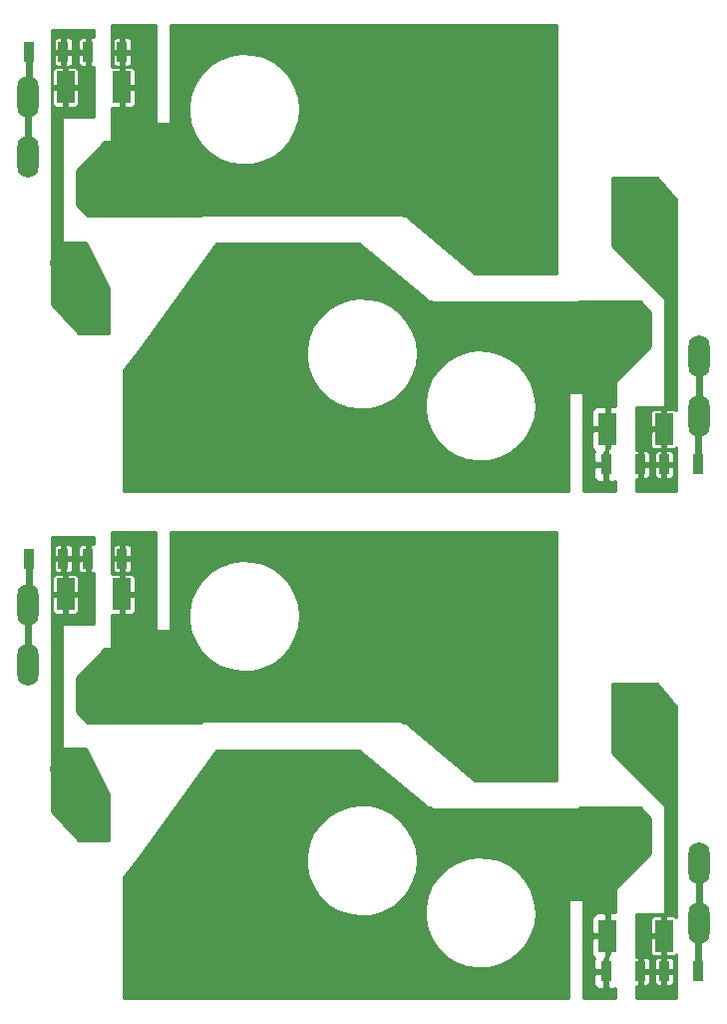
<source format=gbr>
G04 #@! TF.GenerationSoftware,KiCad,Pcbnew,(5.0.0)*
G04 #@! TF.CreationDate,2018-10-11T14:10:44+03:00*
G04 #@! TF.ProjectId,dviguba_plokste,647669677562615F706C6F6B7374652E,rev?*
G04 #@! TF.SameCoordinates,Original*
G04 #@! TF.FileFunction,Copper,L1,Top,Signal*
G04 #@! TF.FilePolarity,Positive*
%FSLAX46Y46*%
G04 Gerber Fmt 4.6, Leading zero omitted, Abs format (unit mm)*
G04 Created by KiCad (PCBNEW (5.0.0)) date 10/11/18 14:10:44*
%MOMM*%
%LPD*%
G01*
G04 APERTURE LIST*
G04 #@! TA.AperFunction,ComponentPad*
%ADD10C,2.800000*%
G04 #@! TD*
G04 #@! TA.AperFunction,Conductor*
%ADD11C,2.800000*%
G04 #@! TD*
G04 #@! TA.AperFunction,ComponentPad*
%ADD12C,1.998980*%
G04 #@! TD*
G04 #@! TA.AperFunction,SMDPad,CuDef*
%ADD13R,1.500000X2.700000*%
G04 #@! TD*
G04 #@! TA.AperFunction,ComponentPad*
%ADD14O,1.800000X3.600000*%
G04 #@! TD*
G04 #@! TA.AperFunction,ComponentPad*
%ADD15O,3.600000X1.800000*%
G04 #@! TD*
G04 #@! TA.AperFunction,SMDPad,CuDef*
%ADD16R,0.900000X1.700000*%
G04 #@! TD*
G04 #@! TA.AperFunction,Conductor*
%ADD17C,0.600000*%
G04 #@! TD*
G04 #@! TA.AperFunction,Conductor*
%ADD18C,0.254000*%
G04 #@! TD*
G04 APERTURE END LIST*
D10*
G04 #@! TO.P,V2,3*
G04 #@! TO.N,Net-(D2-Pad2)*
X129684811Y-72654296D03*
D11*
G04 #@! TD*
G04 #@! TO.N,Net-(D2-Pad2)*
G04 #@! TO.C,V2*
X132639234Y-72133351D02*
X126730388Y-73175241D01*
D10*
G04 #@! TO.P,V2,1*
G04 #@! TO.N,Net-(D1-Pad2)*
X123216375Y-62968774D03*
D11*
G04 #@! TD*
G04 #@! TO.N,Net-(D1-Pad2)*
G04 #@! TO.C,V2*
X124850292Y-60452762D02*
X121582458Y-65484786D01*
D10*
G04 #@! TO.P,V2,2*
G04 #@! TO.N,Net-(D2-Pad1)*
X134430862Y-63693548D03*
D11*
G04 #@! TD*
G04 #@! TO.N,Net-(D2-Pad1)*
G04 #@! TO.C,V2*
X135447704Y-65977412D02*
X133414020Y-61409684D01*
D12*
G04 #@! TO.P,REF\002A\002A,1*
G04 #@! TO.N,Net-(D4-Pad2)*
X106000000Y-123000000D03*
G04 #@! TD*
G04 #@! TO.P,REF\002A\002A,1*
G04 #@! TO.N,Net-(D2-Pad2)*
X106000000Y-80000000D03*
G04 #@! TD*
G04 #@! TO.P,REF\002A\002A,1*
G04 #@! TO.N,Net-(D2-Pad2)*
X104000000Y-72000000D03*
G04 #@! TD*
G04 #@! TO.P,REF\002A\002A,1*
G04 #@! TO.N,Net-(D2-Pad2)*
X102000000Y-69000000D03*
G04 #@! TD*
G04 #@! TO.P,REF\002A\002A,1*
G04 #@! TO.N,Net-(D2-Pad2)*
X100000000Y-73000000D03*
G04 #@! TD*
G04 #@! TO.P,REF\002A\002A,1*
G04 #@! TO.N,Net-(D4-Pad2)*
X104000000Y-115000000D03*
G04 #@! TD*
G04 #@! TO.P,REF\002A\002A,1*
G04 #@! TO.N,Net-(D4-Pad2)*
X102000000Y-112000000D03*
G04 #@! TD*
G04 #@! TO.P,REF\002A\002A,1*
G04 #@! TO.N,Net-(D4-Pad2)*
X100000000Y-116000000D03*
G04 #@! TD*
G04 #@! TO.P,REF\002A\002A,1*
G04 #@! TO.N,Net-(D1-Pad2)*
X117000000Y-60000000D03*
G04 #@! TD*
G04 #@! TO.P,REF\002A\002A,1*
G04 #@! TO.N,Net-(D1-Pad2)*
X121000000Y-60000000D03*
G04 #@! TD*
G04 #@! TO.P,REF\002A\002A,1*
G04 #@! TO.N,Net-(D1-Pad2)*
X118000000Y-64000000D03*
G04 #@! TD*
G04 #@! TO.P,REF\002A\002A,1*
G04 #@! TO.N,Net-(D3-Pad2)*
X121000000Y-103000000D03*
G04 #@! TD*
G04 #@! TO.P,REF\002A\002A,1*
G04 #@! TO.N,Net-(D3-Pad2)*
X118000000Y-107000000D03*
G04 #@! TD*
G04 #@! TO.P,REF\002A\002A,1*
G04 #@! TO.N,Net-(D3-Pad2)*
X117000000Y-103000000D03*
G04 #@! TD*
G04 #@! TO.P,REF\002A\002A,1*
G04 #@! TO.N,Net-(D4-Pad2)*
X106000000Y-111000000D03*
G04 #@! TD*
G04 #@! TO.P,REF\002A\002A,1*
G04 #@! TO.N,Net-(D4-Pad2)*
X117000000Y-116000000D03*
G04 #@! TD*
G04 #@! TO.P,REF\002A\002A,1*
G04 #@! TO.N,Net-(D4-Pad2)*
X126000000Y-127000000D03*
G04 #@! TD*
G04 #@! TO.P,REF\002A\002A,1*
G04 #@! TO.N,Net-(D4-Pad2)*
X112000000Y-124000000D03*
G04 #@! TD*
G04 #@! TO.P,REF\002A\002A,1*
G04 #@! TO.N,Net-(D4-Pad2)*
X115000000Y-127000000D03*
G04 #@! TD*
G04 #@! TO.P,REF\002A\002A,1*
G04 #@! TO.N,Net-(D4-Pad2)*
X108000000Y-127000000D03*
G04 #@! TD*
G04 #@! TO.P,REF\002A\002A,1*
G04 #@! TO.N,Net-(D2-Pad2)*
X126000000Y-84000000D03*
G04 #@! TD*
G04 #@! TO.P,REF\002A\002A,1*
G04 #@! TO.N,Net-(D2-Pad2)*
X117000000Y-73000000D03*
G04 #@! TD*
G04 #@! TO.P,REF\002A\002A,1*
G04 #@! TO.N,Net-(D2-Pad2)*
X112000000Y-81000000D03*
G04 #@! TD*
G04 #@! TO.P,REF\002A\002A,1*
G04 #@! TO.N,Net-(D2-Pad2)*
X115000000Y-84000000D03*
G04 #@! TD*
G04 #@! TO.P,REF\002A\002A,1*
G04 #@! TO.N,Net-(D2-Pad2)*
X108000000Y-84000000D03*
G04 #@! TD*
G04 #@! TO.P,REF\002A\002A,1*
G04 #@! TO.N,Net-(D2-Pad2)*
X106000000Y-68000000D03*
G04 #@! TD*
G04 #@! TO.P,REF\002A\002A,1*
G04 #@! TO.N,Net-(D3-Pad2)*
X98000000Y-103000000D03*
G04 #@! TD*
G04 #@! TO.P,REF\002A\002A,1*
G04 #@! TO.N,Net-(D3-Pad2)*
X110000000Y-99000000D03*
G04 #@! TD*
G04 #@! TO.P,REF\002A\002A,1*
G04 #@! TO.N,Net-(D3-Pad2)*
X106000000Y-99000000D03*
G04 #@! TD*
G04 #@! TO.P,REF\002A\002A,1*
G04 #@! TO.N,Net-(D3-Pad2)*
X108000000Y-96000000D03*
G04 #@! TD*
G04 #@! TO.P,REF\002A\002A,1*
G04 #@! TO.N,Net-(D3-Pad2)*
X110000000Y-92000000D03*
G04 #@! TD*
G04 #@! TO.P,REF\002A\002A,1*
G04 #@! TO.N,Net-(D3-Pad2)*
X105000000Y-92000000D03*
G04 #@! TD*
G04 #@! TO.P,REF\002A\002A,1*
G04 #@! TO.N,Net-(D3-Pad2)*
X96000000Y-92000000D03*
G04 #@! TD*
G04 #@! TO.P,REF\002A\002A,1*
G04 #@! TO.N,Net-(D1-Pad2)*
X98000000Y-60000000D03*
G04 #@! TD*
G04 #@! TO.P,REF\002A\002A,1*
G04 #@! TO.N,Net-(D1-Pad2)*
X96000000Y-49000000D03*
G04 #@! TD*
G04 #@! TO.P,REF\002A\002A,1*
G04 #@! TO.N,Net-(D1-Pad2)*
X110000000Y-56000000D03*
G04 #@! TD*
G04 #@! TO.P,REF\002A\002A,1*
G04 #@! TO.N,Net-(D1-Pad2)*
X106000000Y-56000000D03*
G04 #@! TD*
G04 #@! TO.P,REF\002A\002A,1*
G04 #@! TO.N,Net-(D1-Pad2)*
X108000000Y-53000000D03*
G04 #@! TD*
G04 #@! TO.P,REF\002A\002A,1*
G04 #@! TO.N,Net-(D1-Pad2)*
X110000000Y-49000000D03*
G04 #@! TD*
G04 #@! TO.P,REF\002A\002A,1*
G04 #@! TO.N,Net-(D1-Pad2)*
X105000000Y-49000000D03*
G04 #@! TD*
D10*
G04 #@! TO.P,X1,1*
G04 #@! TO.N,Net-(D4-Pad2)*
X93000000Y-120000000D03*
X98000000Y-120000000D03*
X103000000Y-120000000D03*
X93000000Y-127100000D03*
X98000000Y-127100000D03*
X103000000Y-127100000D03*
G04 #@! TD*
G04 #@! TO.P,X2,1*
G04 #@! TO.N,Net-(D3-Pad2)*
X114000000Y-91900000D03*
X119000000Y-91900000D03*
X124000000Y-91900000D03*
X114000000Y-99000000D03*
X119000000Y-99000000D03*
X124000000Y-99000000D03*
G04 #@! TD*
G04 #@! TO.P,X4,1*
G04 #@! TO.N,Net-(D2-Pad2)*
X93100000Y-76700000D03*
X98100000Y-76700000D03*
X103100000Y-76700000D03*
X93100000Y-83800000D03*
X98100000Y-83800000D03*
X103100000Y-83800000D03*
G04 #@! TD*
G04 #@! TO.P,X5,1*
G04 #@! TO.N,Net-(D1-Pad2)*
X114000000Y-48900000D03*
X119000000Y-48900000D03*
X124000000Y-48900000D03*
X114000000Y-56000000D03*
X119000000Y-56000000D03*
X124000000Y-56000000D03*
G04 #@! TD*
G04 #@! TO.P,V1,3*
G04 #@! TO.N,Net-(D1-Pad2)*
X91015189Y-60145704D03*
D11*
G04 #@! TD*
G04 #@! TO.N,Net-(D1-Pad2)*
G04 #@! TO.C,V1*
X88060766Y-60666649D02*
X93969612Y-59624759D01*
D10*
G04 #@! TO.P,V1,1*
G04 #@! TO.N,Net-(D2-Pad2)*
X97483625Y-69831226D03*
D11*
G04 #@! TD*
G04 #@! TO.N,Net-(D2-Pad2)*
G04 #@! TO.C,V1*
X95849708Y-72347238D02*
X99117542Y-67315214D01*
D10*
G04 #@! TO.P,V1,2*
G04 #@! TO.N,Net-(D1-Pad1)*
X86269138Y-69106452D03*
D11*
G04 #@! TD*
G04 #@! TO.N,Net-(D1-Pad1)*
G04 #@! TO.C,V1*
X85252296Y-66822588D02*
X87285980Y-71390316D01*
D10*
G04 #@! TO.P,V3,2*
G04 #@! TO.N,Net-(D3-Pad1)*
X86269138Y-112106452D03*
D11*
G04 #@! TD*
G04 #@! TO.N,Net-(D3-Pad1)*
G04 #@! TO.C,V3*
X85252296Y-109822588D02*
X87285980Y-114390316D01*
D10*
G04 #@! TO.P,V3,1*
G04 #@! TO.N,Net-(D4-Pad2)*
X97483625Y-112831226D03*
D11*
G04 #@! TD*
G04 #@! TO.N,Net-(D4-Pad2)*
G04 #@! TO.C,V3*
X95849708Y-115347238D02*
X99117542Y-110315214D01*
D10*
G04 #@! TO.P,V3,3*
G04 #@! TO.N,Net-(D3-Pad2)*
X91015189Y-103145704D03*
D11*
G04 #@! TD*
G04 #@! TO.N,Net-(D3-Pad2)*
G04 #@! TO.C,V3*
X88060766Y-103666649D02*
X93969612Y-102624759D01*
D13*
G04 #@! TO.P,D4,1*
G04 #@! TO.N,Net-(D4-Pad1)*
X136000000Y-124000000D03*
G04 #@! TO.P,D4,2*
G04 #@! TO.N,Net-(D4-Pad2)*
X131200000Y-124000000D03*
G04 #@! TD*
G04 #@! TO.P,D2,2*
G04 #@! TO.N,Net-(D2-Pad2)*
X131200000Y-81000000D03*
G04 #@! TO.P,D2,1*
G04 #@! TO.N,Net-(D2-Pad1)*
X136000000Y-81000000D03*
G04 #@! TD*
D10*
G04 #@! TO.P,V4,2*
G04 #@! TO.N,Net-(D4-Pad1)*
X134430862Y-106693548D03*
D11*
G04 #@! TD*
G04 #@! TO.N,Net-(D4-Pad1)*
G04 #@! TO.C,V4*
X135447704Y-108977412D02*
X133414020Y-104409684D01*
D10*
G04 #@! TO.P,V4,1*
G04 #@! TO.N,Net-(D3-Pad2)*
X123216375Y-105968774D03*
D11*
G04 #@! TD*
G04 #@! TO.N,Net-(D3-Pad2)*
G04 #@! TO.C,V4*
X124850292Y-103452762D02*
X121582458Y-108484786D01*
D10*
G04 #@! TO.P,V4,3*
G04 #@! TO.N,Net-(D4-Pad2)*
X129684811Y-115654296D03*
D11*
G04 #@! TD*
G04 #@! TO.N,Net-(D4-Pad2)*
G04 #@! TO.C,V4*
X132639234Y-115133351D02*
X126730388Y-116175241D01*
D14*
G04 #@! TO.P,X7,1*
G04 #@! TO.N,/CTRL3B*
X139000000Y-122940000D03*
X139000000Y-117860000D03*
G04 #@! TD*
D15*
G04 #@! TO.P,X12,1*
G04 #@! TO.N,Net-(D3-Pad2)*
X110000000Y-102800000D03*
X104920000Y-102800000D03*
G04 #@! TD*
D13*
G04 #@! TO.P,D3,2*
G04 #@! TO.N,Net-(D3-Pad2)*
X90000000Y-95000000D03*
G04 #@! TO.P,D3,1*
G04 #@! TO.N,Net-(D3-Pad1)*
X85200000Y-95000000D03*
G04 #@! TD*
D16*
G04 #@! TO.P,R6,1*
G04 #@! TO.N,Net-(D4-Pad2)*
X131100000Y-127000000D03*
G04 #@! TO.P,R6,2*
G04 #@! TO.N,Net-(D4-Pad1)*
X134000000Y-127000000D03*
G04 #@! TD*
G04 #@! TO.P,R8,1*
G04 #@! TO.N,/CTRL3B*
X138900000Y-127000000D03*
G04 #@! TO.P,R8,2*
G04 #@! TO.N,Net-(D4-Pad1)*
X136000000Y-127000000D03*
G04 #@! TD*
G04 #@! TO.P,R7,2*
G04 #@! TO.N,Net-(D3-Pad1)*
X85000000Y-92000000D03*
G04 #@! TO.P,R7,1*
G04 #@! TO.N,/CTRL3A*
X82100000Y-92000000D03*
G04 #@! TD*
G04 #@! TO.P,R9,2*
G04 #@! TO.N,Net-(D3-Pad1)*
X87100000Y-92000000D03*
G04 #@! TO.P,R9,1*
G04 #@! TO.N,Net-(D3-Pad2)*
X90000000Y-92000000D03*
G04 #@! TD*
D14*
G04 #@! TO.P,X14,1*
G04 #@! TO.N,/CTRL1B*
X139000000Y-74860000D03*
X139000000Y-79940000D03*
G04 #@! TD*
D15*
G04 #@! TO.P,X26,1*
G04 #@! TO.N,Net-(D1-Pad2)*
X104920000Y-59800000D03*
X110000000Y-59800000D03*
G04 #@! TD*
D14*
G04 #@! TO.P,X17,1*
G04 #@! TO.N,/CTRL1A*
X82000000Y-52800000D03*
X82000000Y-57880000D03*
G04 #@! TD*
D13*
G04 #@! TO.P,D1,1*
G04 #@! TO.N,Net-(D1-Pad1)*
X85200000Y-52000000D03*
G04 #@! TO.P,D1,2*
G04 #@! TO.N,Net-(D1-Pad2)*
X90000000Y-52000000D03*
G04 #@! TD*
D16*
G04 #@! TO.P,R4,1*
G04 #@! TO.N,Net-(D1-Pad2)*
X90000000Y-49000000D03*
G04 #@! TO.P,R4,2*
G04 #@! TO.N,Net-(D1-Pad1)*
X87100000Y-49000000D03*
G04 #@! TD*
G04 #@! TO.P,R3,2*
G04 #@! TO.N,Net-(D2-Pad1)*
X136000000Y-84000000D03*
G04 #@! TO.P,R3,1*
G04 #@! TO.N,/CTRL1B*
X138900000Y-84000000D03*
G04 #@! TD*
G04 #@! TO.P,R2,1*
G04 #@! TO.N,/CTRL1A*
X82100000Y-49000000D03*
G04 #@! TO.P,R2,2*
G04 #@! TO.N,Net-(D1-Pad1)*
X85000000Y-49000000D03*
G04 #@! TD*
G04 #@! TO.P,R1,2*
G04 #@! TO.N,Net-(D2-Pad1)*
X134000000Y-84000000D03*
G04 #@! TO.P,R1,1*
G04 #@! TO.N,Net-(D2-Pad2)*
X131100000Y-84000000D03*
G04 #@! TD*
D14*
G04 #@! TO.P,X9,1*
G04 #@! TO.N,/CTRL3A*
X82000000Y-95920000D03*
X82000000Y-101000000D03*
G04 #@! TD*
D17*
G04 #@! TO.N,/CTRL1A*
X82100000Y-49100000D02*
X82000000Y-49000000D01*
X82100000Y-52900000D02*
X82100000Y-49100000D01*
X82000000Y-58000000D02*
X82000000Y-53000000D01*
X82000000Y-53000000D02*
X82100000Y-52900000D01*
G04 #@! TO.N,/CTRL1B*
X139000000Y-74920000D02*
X139000000Y-80000000D01*
X138900000Y-83900000D02*
X139000000Y-84000000D01*
X139000000Y-80000000D02*
X138900000Y-80100000D01*
X138900000Y-80100000D02*
X138900000Y-83900000D01*
G04 #@! TO.N,/CTRL3A*
X82000000Y-101000000D02*
X82000000Y-96000000D01*
X82000000Y-96000000D02*
X82100000Y-95900000D01*
X82100000Y-92100000D02*
X82000000Y-92000000D01*
X82100000Y-95900000D02*
X82100000Y-92100000D01*
G04 #@! TO.N,/CTRL3B*
X138900000Y-126900000D02*
X139000000Y-127000000D01*
X139000000Y-123000000D02*
X138900000Y-123100000D01*
X138900000Y-123100000D02*
X138900000Y-126900000D01*
X139000000Y-117920000D02*
X139000000Y-123000000D01*
G04 #@! TD*
D18*
G04 #@! TO.N,Net-(D1-Pad2)*
G36*
X92873000Y-55000000D02*
X92882667Y-55048601D01*
X92910197Y-55089803D01*
X92951399Y-55117333D01*
X93000000Y-55127000D01*
X94000000Y-55127000D01*
X94048601Y-55117333D01*
X94089803Y-55089803D01*
X94117333Y-55048601D01*
X94127000Y-55000000D01*
X94127000Y-53375993D01*
X95627694Y-53375993D01*
X95631048Y-54337033D01*
X95827578Y-55277769D01*
X96209256Y-56159773D01*
X96760489Y-56947015D01*
X97458760Y-57607337D01*
X98275545Y-58113766D01*
X99177480Y-58445613D01*
X100127719Y-58589323D01*
X101087448Y-58539026D01*
X102017460Y-58296776D01*
X102879766Y-57872469D01*
X103639141Y-57283437D01*
X104264564Y-56553743D01*
X104730489Y-55713194D01*
X105017880Y-54796126D01*
X105115000Y-53840000D01*
X105114884Y-53806804D01*
X105011092Y-52851380D01*
X104717305Y-51936340D01*
X104245524Y-51099064D01*
X103615021Y-50373754D01*
X102851553Y-49790038D01*
X101986306Y-49371762D01*
X101054625Y-49136010D01*
X100094569Y-49092414D01*
X99145355Y-49242755D01*
X98245760Y-49580891D01*
X97432530Y-50093009D01*
X96738885Y-50758190D01*
X96193162Y-51549261D01*
X95817651Y-52433908D01*
X95627694Y-53375993D01*
X94127000Y-53375993D01*
X94127000Y-46735000D01*
X126873000Y-46735000D01*
X126873000Y-67765000D01*
X119916380Y-67765000D01*
X114081303Y-62902436D01*
X114037778Y-62878749D01*
X114000000Y-62873000D01*
X113884592Y-62873000D01*
X113786783Y-62807646D01*
X113572388Y-62765000D01*
X113500000Y-62750601D01*
X113427612Y-62765000D01*
X97072388Y-62765000D01*
X97000000Y-62750601D01*
X96927612Y-62765000D01*
X96713217Y-62807646D01*
X96615408Y-62873000D01*
X87052606Y-62873000D01*
X86127000Y-61947394D01*
X86127000Y-59052606D01*
X88552606Y-56627000D01*
X89000000Y-56627000D01*
X89048601Y-56617333D01*
X89089803Y-56589803D01*
X89117333Y-56548601D01*
X89127000Y-56500000D01*
X89127000Y-53711443D01*
X89174214Y-53731000D01*
X89777750Y-53731000D01*
X89873000Y-53635750D01*
X89873000Y-52127000D01*
X90127000Y-52127000D01*
X90127000Y-53635750D01*
X90222250Y-53731000D01*
X90825786Y-53731000D01*
X90965820Y-53672996D01*
X91072996Y-53565819D01*
X91131000Y-53425785D01*
X91131000Y-52222250D01*
X91035750Y-52127000D01*
X90127000Y-52127000D01*
X89873000Y-52127000D01*
X89853000Y-52127000D01*
X89853000Y-51873000D01*
X89873000Y-51873000D01*
X89873000Y-50364250D01*
X90127000Y-50364250D01*
X90127000Y-51873000D01*
X91035750Y-51873000D01*
X91131000Y-51777750D01*
X91131000Y-50574215D01*
X91072996Y-50434181D01*
X90965820Y-50327004D01*
X90825786Y-50269000D01*
X90222250Y-50269000D01*
X90127000Y-50364250D01*
X89873000Y-50364250D01*
X89777750Y-50269000D01*
X89174214Y-50269000D01*
X89127000Y-50288557D01*
X89127000Y-49222250D01*
X89169000Y-49222250D01*
X89169000Y-49925785D01*
X89227004Y-50065819D01*
X89334180Y-50172996D01*
X89474214Y-50231000D01*
X89777750Y-50231000D01*
X89873000Y-50135750D01*
X89873000Y-49127000D01*
X90127000Y-49127000D01*
X90127000Y-50135750D01*
X90222250Y-50231000D01*
X90525786Y-50231000D01*
X90665820Y-50172996D01*
X90772996Y-50065819D01*
X90831000Y-49925785D01*
X90831000Y-49222250D01*
X90735750Y-49127000D01*
X90127000Y-49127000D01*
X89873000Y-49127000D01*
X89264250Y-49127000D01*
X89169000Y-49222250D01*
X89127000Y-49222250D01*
X89127000Y-48074215D01*
X89169000Y-48074215D01*
X89169000Y-48777750D01*
X89264250Y-48873000D01*
X89873000Y-48873000D01*
X89873000Y-47864250D01*
X90127000Y-47864250D01*
X90127000Y-48873000D01*
X90735750Y-48873000D01*
X90831000Y-48777750D01*
X90831000Y-48074215D01*
X90772996Y-47934181D01*
X90665820Y-47827004D01*
X90525786Y-47769000D01*
X90222250Y-47769000D01*
X90127000Y-47864250D01*
X89873000Y-47864250D01*
X89777750Y-47769000D01*
X89474214Y-47769000D01*
X89334180Y-47827004D01*
X89227004Y-47934181D01*
X89169000Y-48074215D01*
X89127000Y-48074215D01*
X89127000Y-46735000D01*
X92873000Y-46735000D01*
X92873000Y-55000000D01*
X92873000Y-55000000D01*
G37*
X92873000Y-55000000D02*
X92882667Y-55048601D01*
X92910197Y-55089803D01*
X92951399Y-55117333D01*
X93000000Y-55127000D01*
X94000000Y-55127000D01*
X94048601Y-55117333D01*
X94089803Y-55089803D01*
X94117333Y-55048601D01*
X94127000Y-55000000D01*
X94127000Y-53375993D01*
X95627694Y-53375993D01*
X95631048Y-54337033D01*
X95827578Y-55277769D01*
X96209256Y-56159773D01*
X96760489Y-56947015D01*
X97458760Y-57607337D01*
X98275545Y-58113766D01*
X99177480Y-58445613D01*
X100127719Y-58589323D01*
X101087448Y-58539026D01*
X102017460Y-58296776D01*
X102879766Y-57872469D01*
X103639141Y-57283437D01*
X104264564Y-56553743D01*
X104730489Y-55713194D01*
X105017880Y-54796126D01*
X105115000Y-53840000D01*
X105114884Y-53806804D01*
X105011092Y-52851380D01*
X104717305Y-51936340D01*
X104245524Y-51099064D01*
X103615021Y-50373754D01*
X102851553Y-49790038D01*
X101986306Y-49371762D01*
X101054625Y-49136010D01*
X100094569Y-49092414D01*
X99145355Y-49242755D01*
X98245760Y-49580891D01*
X97432530Y-50093009D01*
X96738885Y-50758190D01*
X96193162Y-51549261D01*
X95817651Y-52433908D01*
X95627694Y-53375993D01*
X94127000Y-53375993D01*
X94127000Y-46735000D01*
X126873000Y-46735000D01*
X126873000Y-67765000D01*
X119916380Y-67765000D01*
X114081303Y-62902436D01*
X114037778Y-62878749D01*
X114000000Y-62873000D01*
X113884592Y-62873000D01*
X113786783Y-62807646D01*
X113572388Y-62765000D01*
X113500000Y-62750601D01*
X113427612Y-62765000D01*
X97072388Y-62765000D01*
X97000000Y-62750601D01*
X96927612Y-62765000D01*
X96713217Y-62807646D01*
X96615408Y-62873000D01*
X87052606Y-62873000D01*
X86127000Y-61947394D01*
X86127000Y-59052606D01*
X88552606Y-56627000D01*
X89000000Y-56627000D01*
X89048601Y-56617333D01*
X89089803Y-56589803D01*
X89117333Y-56548601D01*
X89127000Y-56500000D01*
X89127000Y-53711443D01*
X89174214Y-53731000D01*
X89777750Y-53731000D01*
X89873000Y-53635750D01*
X89873000Y-52127000D01*
X90127000Y-52127000D01*
X90127000Y-53635750D01*
X90222250Y-53731000D01*
X90825786Y-53731000D01*
X90965820Y-53672996D01*
X91072996Y-53565819D01*
X91131000Y-53425785D01*
X91131000Y-52222250D01*
X91035750Y-52127000D01*
X90127000Y-52127000D01*
X89873000Y-52127000D01*
X89853000Y-52127000D01*
X89853000Y-51873000D01*
X89873000Y-51873000D01*
X89873000Y-50364250D01*
X90127000Y-50364250D01*
X90127000Y-51873000D01*
X91035750Y-51873000D01*
X91131000Y-51777750D01*
X91131000Y-50574215D01*
X91072996Y-50434181D01*
X90965820Y-50327004D01*
X90825786Y-50269000D01*
X90222250Y-50269000D01*
X90127000Y-50364250D01*
X89873000Y-50364250D01*
X89777750Y-50269000D01*
X89174214Y-50269000D01*
X89127000Y-50288557D01*
X89127000Y-49222250D01*
X89169000Y-49222250D01*
X89169000Y-49925785D01*
X89227004Y-50065819D01*
X89334180Y-50172996D01*
X89474214Y-50231000D01*
X89777750Y-50231000D01*
X89873000Y-50135750D01*
X89873000Y-49127000D01*
X90127000Y-49127000D01*
X90127000Y-50135750D01*
X90222250Y-50231000D01*
X90525786Y-50231000D01*
X90665820Y-50172996D01*
X90772996Y-50065819D01*
X90831000Y-49925785D01*
X90831000Y-49222250D01*
X90735750Y-49127000D01*
X90127000Y-49127000D01*
X89873000Y-49127000D01*
X89264250Y-49127000D01*
X89169000Y-49222250D01*
X89127000Y-49222250D01*
X89127000Y-48074215D01*
X89169000Y-48074215D01*
X89169000Y-48777750D01*
X89264250Y-48873000D01*
X89873000Y-48873000D01*
X89873000Y-47864250D01*
X90127000Y-47864250D01*
X90127000Y-48873000D01*
X90735750Y-48873000D01*
X90831000Y-48777750D01*
X90831000Y-48074215D01*
X90772996Y-47934181D01*
X90665820Y-47827004D01*
X90525786Y-47769000D01*
X90222250Y-47769000D01*
X90127000Y-47864250D01*
X89873000Y-47864250D01*
X89777750Y-47769000D01*
X89474214Y-47769000D01*
X89334180Y-47827004D01*
X89227004Y-47934181D01*
X89169000Y-48074215D01*
X89127000Y-48074215D01*
X89127000Y-46735000D01*
X92873000Y-46735000D01*
X92873000Y-55000000D01*
G04 #@! TO.N,Net-(D2-Pad2)*
G36*
X115918697Y-70097564D02*
X115962222Y-70121251D01*
X116000000Y-70127000D01*
X116115408Y-70127000D01*
X116213217Y-70192354D01*
X116500000Y-70249399D01*
X116572388Y-70235000D01*
X128427612Y-70235000D01*
X128500000Y-70249399D01*
X128572388Y-70235000D01*
X128786783Y-70192354D01*
X128884592Y-70127000D01*
X133947394Y-70127000D01*
X134873000Y-71052606D01*
X134873000Y-73947394D01*
X131910197Y-76910197D01*
X131882667Y-76951399D01*
X131873000Y-77000000D01*
X131873000Y-79015000D01*
X131485750Y-79015000D01*
X131327000Y-79173750D01*
X131327000Y-80873000D01*
X131347000Y-80873000D01*
X131347000Y-81127000D01*
X131327000Y-81127000D01*
X131327000Y-82573750D01*
X131227000Y-82673750D01*
X131227000Y-83873000D01*
X131247000Y-83873000D01*
X131247000Y-84127000D01*
X131227000Y-84127000D01*
X131227000Y-85326250D01*
X131385750Y-85485000D01*
X131676309Y-85485000D01*
X131873000Y-85403528D01*
X131873000Y-86265000D01*
X129127000Y-86265000D01*
X129127000Y-84285750D01*
X130015000Y-84285750D01*
X130015000Y-84976310D01*
X130111673Y-85209699D01*
X130290302Y-85388327D01*
X130523691Y-85485000D01*
X130814250Y-85485000D01*
X130973000Y-85326250D01*
X130973000Y-84127000D01*
X130173750Y-84127000D01*
X130015000Y-84285750D01*
X129127000Y-84285750D01*
X129127000Y-81285750D01*
X129815000Y-81285750D01*
X129815000Y-82476310D01*
X129911673Y-82709699D01*
X130076702Y-82874727D01*
X130015000Y-83023690D01*
X130015000Y-83714250D01*
X130173750Y-83873000D01*
X130973000Y-83873000D01*
X130973000Y-82926250D01*
X131073000Y-82826250D01*
X131073000Y-81127000D01*
X129973750Y-81127000D01*
X129815000Y-81285750D01*
X129127000Y-81285750D01*
X129127000Y-79523690D01*
X129815000Y-79523690D01*
X129815000Y-80714250D01*
X129973750Y-80873000D01*
X131073000Y-80873000D01*
X131073000Y-79173750D01*
X130914250Y-79015000D01*
X130323691Y-79015000D01*
X130090302Y-79111673D01*
X129911673Y-79290301D01*
X129815000Y-79523690D01*
X129127000Y-79523690D01*
X129127000Y-78000000D01*
X129117333Y-77951399D01*
X129089803Y-77910197D01*
X129048601Y-77882667D01*
X129000000Y-77873000D01*
X128000000Y-77873000D01*
X127951399Y-77882667D01*
X127910197Y-77910197D01*
X127882667Y-77951399D01*
X127873000Y-78000000D01*
X127873000Y-86265000D01*
X90127000Y-86265000D01*
X90127000Y-76041298D01*
X91527221Y-74115993D01*
X105597694Y-74115993D01*
X105601048Y-75077033D01*
X105797578Y-76017769D01*
X106179256Y-76899773D01*
X106730489Y-77687015D01*
X107428760Y-78347337D01*
X108245545Y-78853766D01*
X109147480Y-79185613D01*
X110097719Y-79329323D01*
X111057448Y-79279026D01*
X111987460Y-79036776D01*
X112849766Y-78612469D01*
X112948358Y-78535993D01*
X115667694Y-78535993D01*
X115671048Y-79497033D01*
X115867578Y-80437769D01*
X116249256Y-81319773D01*
X116800489Y-82107015D01*
X117498760Y-82767337D01*
X118315545Y-83273766D01*
X119217480Y-83605613D01*
X120167719Y-83749323D01*
X121127448Y-83699026D01*
X122057460Y-83456776D01*
X122919766Y-83032469D01*
X123679141Y-82443437D01*
X124304564Y-81713743D01*
X124770489Y-80873194D01*
X125057880Y-79956126D01*
X125155000Y-79000000D01*
X125154884Y-78966804D01*
X125051092Y-78011380D01*
X124757305Y-77096340D01*
X124285524Y-76259064D01*
X123655021Y-75533754D01*
X122891553Y-74950038D01*
X122026306Y-74531762D01*
X121094625Y-74296010D01*
X120134569Y-74252414D01*
X119185355Y-74402755D01*
X118285760Y-74740891D01*
X117472530Y-75253009D01*
X116778885Y-75918190D01*
X116233162Y-76709261D01*
X115857651Y-77593908D01*
X115667694Y-78535993D01*
X112948358Y-78535993D01*
X113609141Y-78023437D01*
X114234564Y-77293743D01*
X114700489Y-76453194D01*
X114987880Y-75536126D01*
X115085000Y-74580000D01*
X115084884Y-74546804D01*
X114981092Y-73591380D01*
X114687305Y-72676340D01*
X114215524Y-71839064D01*
X113585021Y-71113754D01*
X112821553Y-70530038D01*
X111956306Y-70111762D01*
X111024625Y-69876010D01*
X110064569Y-69832414D01*
X109115355Y-69982755D01*
X108215760Y-70320891D01*
X107402530Y-70833009D01*
X106708885Y-71498190D01*
X106163162Y-72289261D01*
X105787651Y-73173908D01*
X105597694Y-74115993D01*
X91527221Y-74115993D01*
X97986126Y-65235000D01*
X110083620Y-65235000D01*
X115918697Y-70097564D01*
X115918697Y-70097564D01*
G37*
X115918697Y-70097564D02*
X115962222Y-70121251D01*
X116000000Y-70127000D01*
X116115408Y-70127000D01*
X116213217Y-70192354D01*
X116500000Y-70249399D01*
X116572388Y-70235000D01*
X128427612Y-70235000D01*
X128500000Y-70249399D01*
X128572388Y-70235000D01*
X128786783Y-70192354D01*
X128884592Y-70127000D01*
X133947394Y-70127000D01*
X134873000Y-71052606D01*
X134873000Y-73947394D01*
X131910197Y-76910197D01*
X131882667Y-76951399D01*
X131873000Y-77000000D01*
X131873000Y-79015000D01*
X131485750Y-79015000D01*
X131327000Y-79173750D01*
X131327000Y-80873000D01*
X131347000Y-80873000D01*
X131347000Y-81127000D01*
X131327000Y-81127000D01*
X131327000Y-82573750D01*
X131227000Y-82673750D01*
X131227000Y-83873000D01*
X131247000Y-83873000D01*
X131247000Y-84127000D01*
X131227000Y-84127000D01*
X131227000Y-85326250D01*
X131385750Y-85485000D01*
X131676309Y-85485000D01*
X131873000Y-85403528D01*
X131873000Y-86265000D01*
X129127000Y-86265000D01*
X129127000Y-84285750D01*
X130015000Y-84285750D01*
X130015000Y-84976310D01*
X130111673Y-85209699D01*
X130290302Y-85388327D01*
X130523691Y-85485000D01*
X130814250Y-85485000D01*
X130973000Y-85326250D01*
X130973000Y-84127000D01*
X130173750Y-84127000D01*
X130015000Y-84285750D01*
X129127000Y-84285750D01*
X129127000Y-81285750D01*
X129815000Y-81285750D01*
X129815000Y-82476310D01*
X129911673Y-82709699D01*
X130076702Y-82874727D01*
X130015000Y-83023690D01*
X130015000Y-83714250D01*
X130173750Y-83873000D01*
X130973000Y-83873000D01*
X130973000Y-82926250D01*
X131073000Y-82826250D01*
X131073000Y-81127000D01*
X129973750Y-81127000D01*
X129815000Y-81285750D01*
X129127000Y-81285750D01*
X129127000Y-79523690D01*
X129815000Y-79523690D01*
X129815000Y-80714250D01*
X129973750Y-80873000D01*
X131073000Y-80873000D01*
X131073000Y-79173750D01*
X130914250Y-79015000D01*
X130323691Y-79015000D01*
X130090302Y-79111673D01*
X129911673Y-79290301D01*
X129815000Y-79523690D01*
X129127000Y-79523690D01*
X129127000Y-78000000D01*
X129117333Y-77951399D01*
X129089803Y-77910197D01*
X129048601Y-77882667D01*
X129000000Y-77873000D01*
X128000000Y-77873000D01*
X127951399Y-77882667D01*
X127910197Y-77910197D01*
X127882667Y-77951399D01*
X127873000Y-78000000D01*
X127873000Y-86265000D01*
X90127000Y-86265000D01*
X90127000Y-76041298D01*
X91527221Y-74115993D01*
X105597694Y-74115993D01*
X105601048Y-75077033D01*
X105797578Y-76017769D01*
X106179256Y-76899773D01*
X106730489Y-77687015D01*
X107428760Y-78347337D01*
X108245545Y-78853766D01*
X109147480Y-79185613D01*
X110097719Y-79329323D01*
X111057448Y-79279026D01*
X111987460Y-79036776D01*
X112849766Y-78612469D01*
X112948358Y-78535993D01*
X115667694Y-78535993D01*
X115671048Y-79497033D01*
X115867578Y-80437769D01*
X116249256Y-81319773D01*
X116800489Y-82107015D01*
X117498760Y-82767337D01*
X118315545Y-83273766D01*
X119217480Y-83605613D01*
X120167719Y-83749323D01*
X121127448Y-83699026D01*
X122057460Y-83456776D01*
X122919766Y-83032469D01*
X123679141Y-82443437D01*
X124304564Y-81713743D01*
X124770489Y-80873194D01*
X125057880Y-79956126D01*
X125155000Y-79000000D01*
X125154884Y-78966804D01*
X125051092Y-78011380D01*
X124757305Y-77096340D01*
X124285524Y-76259064D01*
X123655021Y-75533754D01*
X122891553Y-74950038D01*
X122026306Y-74531762D01*
X121094625Y-74296010D01*
X120134569Y-74252414D01*
X119185355Y-74402755D01*
X118285760Y-74740891D01*
X117472530Y-75253009D01*
X116778885Y-75918190D01*
X116233162Y-76709261D01*
X115857651Y-77593908D01*
X115667694Y-78535993D01*
X112948358Y-78535993D01*
X113609141Y-78023437D01*
X114234564Y-77293743D01*
X114700489Y-76453194D01*
X114987880Y-75536126D01*
X115085000Y-74580000D01*
X115084884Y-74546804D01*
X114981092Y-73591380D01*
X114687305Y-72676340D01*
X114215524Y-71839064D01*
X113585021Y-71113754D01*
X112821553Y-70530038D01*
X111956306Y-70111762D01*
X111024625Y-69876010D01*
X110064569Y-69832414D01*
X109115355Y-69982755D01*
X108215760Y-70320891D01*
X107402530Y-70833009D01*
X106708885Y-71498190D01*
X106163162Y-72289261D01*
X105787651Y-73173908D01*
X105597694Y-74115993D01*
X91527221Y-74115993D01*
X97986126Y-65235000D01*
X110083620Y-65235000D01*
X115918697Y-70097564D01*
G04 #@! TO.N,Net-(D1-Pad1)*
G36*
X87573000Y-47769000D02*
X87322250Y-47769000D01*
X87227000Y-47864250D01*
X87227000Y-48873000D01*
X87247000Y-48873000D01*
X87247000Y-49127000D01*
X87227000Y-49127000D01*
X87227000Y-50135750D01*
X87322250Y-50231000D01*
X87573000Y-50231000D01*
X87573000Y-54473000D01*
X85000000Y-54473000D01*
X84951399Y-54482667D01*
X84910197Y-54510197D01*
X84882667Y-54551399D01*
X84873000Y-54600000D01*
X84873000Y-65000000D01*
X84882667Y-65048601D01*
X84910197Y-65089803D01*
X84951399Y-65117333D01*
X85000000Y-65127000D01*
X86921510Y-65127000D01*
X88873000Y-69029980D01*
X88873000Y-72873000D01*
X86304921Y-72873000D01*
X84027000Y-70449680D01*
X84027000Y-52222250D01*
X84069000Y-52222250D01*
X84069000Y-53425785D01*
X84127004Y-53565819D01*
X84234180Y-53672996D01*
X84374214Y-53731000D01*
X84977750Y-53731000D01*
X85073000Y-53635750D01*
X85073000Y-52127000D01*
X85327000Y-52127000D01*
X85327000Y-53635750D01*
X85422250Y-53731000D01*
X86025786Y-53731000D01*
X86165820Y-53672996D01*
X86272996Y-53565819D01*
X86331000Y-53425785D01*
X86331000Y-52222250D01*
X86235750Y-52127000D01*
X85327000Y-52127000D01*
X85073000Y-52127000D01*
X84164250Y-52127000D01*
X84069000Y-52222250D01*
X84027000Y-52222250D01*
X84027000Y-50574215D01*
X84069000Y-50574215D01*
X84069000Y-51777750D01*
X84164250Y-51873000D01*
X85073000Y-51873000D01*
X85073000Y-50364250D01*
X85327000Y-50364250D01*
X85327000Y-51873000D01*
X86235750Y-51873000D01*
X86331000Y-51777750D01*
X86331000Y-50574215D01*
X86272996Y-50434181D01*
X86165820Y-50327004D01*
X86025786Y-50269000D01*
X85422250Y-50269000D01*
X85327000Y-50364250D01*
X85073000Y-50364250D01*
X84977750Y-50269000D01*
X84374214Y-50269000D01*
X84234180Y-50327004D01*
X84127004Y-50434181D01*
X84069000Y-50574215D01*
X84027000Y-50574215D01*
X84027000Y-49222250D01*
X84169000Y-49222250D01*
X84169000Y-49925785D01*
X84227004Y-50065819D01*
X84334180Y-50172996D01*
X84474214Y-50231000D01*
X84777750Y-50231000D01*
X84873000Y-50135750D01*
X84873000Y-49127000D01*
X85127000Y-49127000D01*
X85127000Y-50135750D01*
X85222250Y-50231000D01*
X85525786Y-50231000D01*
X85665820Y-50172996D01*
X85772996Y-50065819D01*
X85831000Y-49925785D01*
X85831000Y-49222250D01*
X86269000Y-49222250D01*
X86269000Y-49925785D01*
X86327004Y-50065819D01*
X86434180Y-50172996D01*
X86574214Y-50231000D01*
X86877750Y-50231000D01*
X86973000Y-50135750D01*
X86973000Y-49127000D01*
X86364250Y-49127000D01*
X86269000Y-49222250D01*
X85831000Y-49222250D01*
X85735750Y-49127000D01*
X85127000Y-49127000D01*
X84873000Y-49127000D01*
X84264250Y-49127000D01*
X84169000Y-49222250D01*
X84027000Y-49222250D01*
X84027000Y-48074215D01*
X84169000Y-48074215D01*
X84169000Y-48777750D01*
X84264250Y-48873000D01*
X84873000Y-48873000D01*
X84873000Y-47864250D01*
X85127000Y-47864250D01*
X85127000Y-48873000D01*
X85735750Y-48873000D01*
X85831000Y-48777750D01*
X85831000Y-48074215D01*
X86269000Y-48074215D01*
X86269000Y-48777750D01*
X86364250Y-48873000D01*
X86973000Y-48873000D01*
X86973000Y-47864250D01*
X86877750Y-47769000D01*
X86574214Y-47769000D01*
X86434180Y-47827004D01*
X86327004Y-47934181D01*
X86269000Y-48074215D01*
X85831000Y-48074215D01*
X85772996Y-47934181D01*
X85665820Y-47827004D01*
X85525786Y-47769000D01*
X85222250Y-47769000D01*
X85127000Y-47864250D01*
X84873000Y-47864250D01*
X84777750Y-47769000D01*
X84474214Y-47769000D01*
X84334180Y-47827004D01*
X84227004Y-47934181D01*
X84169000Y-48074215D01*
X84027000Y-48074215D01*
X84027000Y-47127000D01*
X87573000Y-47127000D01*
X87573000Y-47769000D01*
X87573000Y-47769000D01*
G37*
X87573000Y-47769000D02*
X87322250Y-47769000D01*
X87227000Y-47864250D01*
X87227000Y-48873000D01*
X87247000Y-48873000D01*
X87247000Y-49127000D01*
X87227000Y-49127000D01*
X87227000Y-50135750D01*
X87322250Y-50231000D01*
X87573000Y-50231000D01*
X87573000Y-54473000D01*
X85000000Y-54473000D01*
X84951399Y-54482667D01*
X84910197Y-54510197D01*
X84882667Y-54551399D01*
X84873000Y-54600000D01*
X84873000Y-65000000D01*
X84882667Y-65048601D01*
X84910197Y-65089803D01*
X84951399Y-65117333D01*
X85000000Y-65127000D01*
X86921510Y-65127000D01*
X88873000Y-69029980D01*
X88873000Y-72873000D01*
X86304921Y-72873000D01*
X84027000Y-70449680D01*
X84027000Y-52222250D01*
X84069000Y-52222250D01*
X84069000Y-53425785D01*
X84127004Y-53565819D01*
X84234180Y-53672996D01*
X84374214Y-53731000D01*
X84977750Y-53731000D01*
X85073000Y-53635750D01*
X85073000Y-52127000D01*
X85327000Y-52127000D01*
X85327000Y-53635750D01*
X85422250Y-53731000D01*
X86025786Y-53731000D01*
X86165820Y-53672996D01*
X86272996Y-53565819D01*
X86331000Y-53425785D01*
X86331000Y-52222250D01*
X86235750Y-52127000D01*
X85327000Y-52127000D01*
X85073000Y-52127000D01*
X84164250Y-52127000D01*
X84069000Y-52222250D01*
X84027000Y-52222250D01*
X84027000Y-50574215D01*
X84069000Y-50574215D01*
X84069000Y-51777750D01*
X84164250Y-51873000D01*
X85073000Y-51873000D01*
X85073000Y-50364250D01*
X85327000Y-50364250D01*
X85327000Y-51873000D01*
X86235750Y-51873000D01*
X86331000Y-51777750D01*
X86331000Y-50574215D01*
X86272996Y-50434181D01*
X86165820Y-50327004D01*
X86025786Y-50269000D01*
X85422250Y-50269000D01*
X85327000Y-50364250D01*
X85073000Y-50364250D01*
X84977750Y-50269000D01*
X84374214Y-50269000D01*
X84234180Y-50327004D01*
X84127004Y-50434181D01*
X84069000Y-50574215D01*
X84027000Y-50574215D01*
X84027000Y-49222250D01*
X84169000Y-49222250D01*
X84169000Y-49925785D01*
X84227004Y-50065819D01*
X84334180Y-50172996D01*
X84474214Y-50231000D01*
X84777750Y-50231000D01*
X84873000Y-50135750D01*
X84873000Y-49127000D01*
X85127000Y-49127000D01*
X85127000Y-50135750D01*
X85222250Y-50231000D01*
X85525786Y-50231000D01*
X85665820Y-50172996D01*
X85772996Y-50065819D01*
X85831000Y-49925785D01*
X85831000Y-49222250D01*
X86269000Y-49222250D01*
X86269000Y-49925785D01*
X86327004Y-50065819D01*
X86434180Y-50172996D01*
X86574214Y-50231000D01*
X86877750Y-50231000D01*
X86973000Y-50135750D01*
X86973000Y-49127000D01*
X86364250Y-49127000D01*
X86269000Y-49222250D01*
X85831000Y-49222250D01*
X85735750Y-49127000D01*
X85127000Y-49127000D01*
X84873000Y-49127000D01*
X84264250Y-49127000D01*
X84169000Y-49222250D01*
X84027000Y-49222250D01*
X84027000Y-48074215D01*
X84169000Y-48074215D01*
X84169000Y-48777750D01*
X84264250Y-48873000D01*
X84873000Y-48873000D01*
X84873000Y-47864250D01*
X85127000Y-47864250D01*
X85127000Y-48873000D01*
X85735750Y-48873000D01*
X85831000Y-48777750D01*
X85831000Y-48074215D01*
X86269000Y-48074215D01*
X86269000Y-48777750D01*
X86364250Y-48873000D01*
X86973000Y-48873000D01*
X86973000Y-47864250D01*
X86877750Y-47769000D01*
X86574214Y-47769000D01*
X86434180Y-47827004D01*
X86327004Y-47934181D01*
X86269000Y-48074215D01*
X85831000Y-48074215D01*
X85772996Y-47934181D01*
X85665820Y-47827004D01*
X85525786Y-47769000D01*
X85222250Y-47769000D01*
X85127000Y-47864250D01*
X84873000Y-47864250D01*
X84777750Y-47769000D01*
X84474214Y-47769000D01*
X84334180Y-47827004D01*
X84227004Y-47934181D01*
X84169000Y-48074215D01*
X84027000Y-48074215D01*
X84027000Y-47127000D01*
X87573000Y-47127000D01*
X87573000Y-47769000D01*
G04 #@! TO.N,Net-(D2-Pad1)*
G36*
X137073000Y-61546682D02*
X137073000Y-79434191D01*
X137072996Y-79434181D01*
X136965820Y-79327004D01*
X136825786Y-79269000D01*
X136222250Y-79269000D01*
X136127000Y-79364250D01*
X136127000Y-80873000D01*
X136147000Y-80873000D01*
X136147000Y-81127000D01*
X136127000Y-81127000D01*
X136127000Y-82635750D01*
X136222250Y-82731000D01*
X136825786Y-82731000D01*
X136965820Y-82672996D01*
X137072996Y-82565819D01*
X137073000Y-82565809D01*
X137073000Y-86265000D01*
X133627000Y-86265000D01*
X133627000Y-85231000D01*
X133777750Y-85231000D01*
X133873000Y-85135750D01*
X133873000Y-84127000D01*
X134127000Y-84127000D01*
X134127000Y-85135750D01*
X134222250Y-85231000D01*
X134525786Y-85231000D01*
X134665820Y-85172996D01*
X134772996Y-85065819D01*
X134831000Y-84925785D01*
X134831000Y-84222250D01*
X135169000Y-84222250D01*
X135169000Y-84925785D01*
X135227004Y-85065819D01*
X135334180Y-85172996D01*
X135474214Y-85231000D01*
X135777750Y-85231000D01*
X135873000Y-85135750D01*
X135873000Y-84127000D01*
X136127000Y-84127000D01*
X136127000Y-85135750D01*
X136222250Y-85231000D01*
X136525786Y-85231000D01*
X136665820Y-85172996D01*
X136772996Y-85065819D01*
X136831000Y-84925785D01*
X136831000Y-84222250D01*
X136735750Y-84127000D01*
X136127000Y-84127000D01*
X135873000Y-84127000D01*
X135264250Y-84127000D01*
X135169000Y-84222250D01*
X134831000Y-84222250D01*
X134735750Y-84127000D01*
X134127000Y-84127000D01*
X133873000Y-84127000D01*
X133853000Y-84127000D01*
X133853000Y-83873000D01*
X133873000Y-83873000D01*
X133873000Y-82864250D01*
X134127000Y-82864250D01*
X134127000Y-83873000D01*
X134735750Y-83873000D01*
X134831000Y-83777750D01*
X134831000Y-83074215D01*
X135169000Y-83074215D01*
X135169000Y-83777750D01*
X135264250Y-83873000D01*
X135873000Y-83873000D01*
X135873000Y-82864250D01*
X136127000Y-82864250D01*
X136127000Y-83873000D01*
X136735750Y-83873000D01*
X136831000Y-83777750D01*
X136831000Y-83074215D01*
X136772996Y-82934181D01*
X136665820Y-82827004D01*
X136525786Y-82769000D01*
X136222250Y-82769000D01*
X136127000Y-82864250D01*
X135873000Y-82864250D01*
X135777750Y-82769000D01*
X135474214Y-82769000D01*
X135334180Y-82827004D01*
X135227004Y-82934181D01*
X135169000Y-83074215D01*
X134831000Y-83074215D01*
X134772996Y-82934181D01*
X134665820Y-82827004D01*
X134525786Y-82769000D01*
X134222250Y-82769000D01*
X134127000Y-82864250D01*
X133873000Y-82864250D01*
X133777750Y-82769000D01*
X133627000Y-82769000D01*
X133627000Y-81222250D01*
X134869000Y-81222250D01*
X134869000Y-82425785D01*
X134927004Y-82565819D01*
X135034180Y-82672996D01*
X135174214Y-82731000D01*
X135777750Y-82731000D01*
X135873000Y-82635750D01*
X135873000Y-81127000D01*
X134964250Y-81127000D01*
X134869000Y-81222250D01*
X133627000Y-81222250D01*
X133627000Y-79574215D01*
X134869000Y-79574215D01*
X134869000Y-80777750D01*
X134964250Y-80873000D01*
X135873000Y-80873000D01*
X135873000Y-79364250D01*
X135777750Y-79269000D01*
X135174214Y-79269000D01*
X135034180Y-79327004D01*
X134927004Y-79434181D01*
X134869000Y-79574215D01*
X133627000Y-79574215D01*
X133627000Y-79127000D01*
X136000000Y-79127000D01*
X136048601Y-79117333D01*
X136089803Y-79089803D01*
X136117333Y-79048601D01*
X136127000Y-79000000D01*
X136127000Y-70000000D01*
X136117333Y-69951399D01*
X136089803Y-69910197D01*
X131627000Y-65447394D01*
X131627000Y-59627000D01*
X135441271Y-59627000D01*
X137073000Y-61546682D01*
X137073000Y-61546682D01*
G37*
X137073000Y-61546682D02*
X137073000Y-79434191D01*
X137072996Y-79434181D01*
X136965820Y-79327004D01*
X136825786Y-79269000D01*
X136222250Y-79269000D01*
X136127000Y-79364250D01*
X136127000Y-80873000D01*
X136147000Y-80873000D01*
X136147000Y-81127000D01*
X136127000Y-81127000D01*
X136127000Y-82635750D01*
X136222250Y-82731000D01*
X136825786Y-82731000D01*
X136965820Y-82672996D01*
X137072996Y-82565819D01*
X137073000Y-82565809D01*
X137073000Y-86265000D01*
X133627000Y-86265000D01*
X133627000Y-85231000D01*
X133777750Y-85231000D01*
X133873000Y-85135750D01*
X133873000Y-84127000D01*
X134127000Y-84127000D01*
X134127000Y-85135750D01*
X134222250Y-85231000D01*
X134525786Y-85231000D01*
X134665820Y-85172996D01*
X134772996Y-85065819D01*
X134831000Y-84925785D01*
X134831000Y-84222250D01*
X135169000Y-84222250D01*
X135169000Y-84925785D01*
X135227004Y-85065819D01*
X135334180Y-85172996D01*
X135474214Y-85231000D01*
X135777750Y-85231000D01*
X135873000Y-85135750D01*
X135873000Y-84127000D01*
X136127000Y-84127000D01*
X136127000Y-85135750D01*
X136222250Y-85231000D01*
X136525786Y-85231000D01*
X136665820Y-85172996D01*
X136772996Y-85065819D01*
X136831000Y-84925785D01*
X136831000Y-84222250D01*
X136735750Y-84127000D01*
X136127000Y-84127000D01*
X135873000Y-84127000D01*
X135264250Y-84127000D01*
X135169000Y-84222250D01*
X134831000Y-84222250D01*
X134735750Y-84127000D01*
X134127000Y-84127000D01*
X133873000Y-84127000D01*
X133853000Y-84127000D01*
X133853000Y-83873000D01*
X133873000Y-83873000D01*
X133873000Y-82864250D01*
X134127000Y-82864250D01*
X134127000Y-83873000D01*
X134735750Y-83873000D01*
X134831000Y-83777750D01*
X134831000Y-83074215D01*
X135169000Y-83074215D01*
X135169000Y-83777750D01*
X135264250Y-83873000D01*
X135873000Y-83873000D01*
X135873000Y-82864250D01*
X136127000Y-82864250D01*
X136127000Y-83873000D01*
X136735750Y-83873000D01*
X136831000Y-83777750D01*
X136831000Y-83074215D01*
X136772996Y-82934181D01*
X136665820Y-82827004D01*
X136525786Y-82769000D01*
X136222250Y-82769000D01*
X136127000Y-82864250D01*
X135873000Y-82864250D01*
X135777750Y-82769000D01*
X135474214Y-82769000D01*
X135334180Y-82827004D01*
X135227004Y-82934181D01*
X135169000Y-83074215D01*
X134831000Y-83074215D01*
X134772996Y-82934181D01*
X134665820Y-82827004D01*
X134525786Y-82769000D01*
X134222250Y-82769000D01*
X134127000Y-82864250D01*
X133873000Y-82864250D01*
X133777750Y-82769000D01*
X133627000Y-82769000D01*
X133627000Y-81222250D01*
X134869000Y-81222250D01*
X134869000Y-82425785D01*
X134927004Y-82565819D01*
X135034180Y-82672996D01*
X135174214Y-82731000D01*
X135777750Y-82731000D01*
X135873000Y-82635750D01*
X135873000Y-81127000D01*
X134964250Y-81127000D01*
X134869000Y-81222250D01*
X133627000Y-81222250D01*
X133627000Y-79574215D01*
X134869000Y-79574215D01*
X134869000Y-80777750D01*
X134964250Y-80873000D01*
X135873000Y-80873000D01*
X135873000Y-79364250D01*
X135777750Y-79269000D01*
X135174214Y-79269000D01*
X135034180Y-79327004D01*
X134927004Y-79434181D01*
X134869000Y-79574215D01*
X133627000Y-79574215D01*
X133627000Y-79127000D01*
X136000000Y-79127000D01*
X136048601Y-79117333D01*
X136089803Y-79089803D01*
X136117333Y-79048601D01*
X136127000Y-79000000D01*
X136127000Y-70000000D01*
X136117333Y-69951399D01*
X136089803Y-69910197D01*
X131627000Y-65447394D01*
X131627000Y-59627000D01*
X135441271Y-59627000D01*
X137073000Y-61546682D01*
G04 #@! TO.N,Net-(D3-Pad1)*
G36*
X87573000Y-90769000D02*
X87322250Y-90769000D01*
X87227000Y-90864250D01*
X87227000Y-91873000D01*
X87247000Y-91873000D01*
X87247000Y-92127000D01*
X87227000Y-92127000D01*
X87227000Y-93135750D01*
X87322250Y-93231000D01*
X87573000Y-93231000D01*
X87573000Y-97473000D01*
X85000000Y-97473000D01*
X84951399Y-97482667D01*
X84910197Y-97510197D01*
X84882667Y-97551399D01*
X84873000Y-97600000D01*
X84873000Y-108000000D01*
X84882667Y-108048601D01*
X84910197Y-108089803D01*
X84951399Y-108117333D01*
X85000000Y-108127000D01*
X86921510Y-108127000D01*
X88873000Y-112029980D01*
X88873000Y-115873000D01*
X86304921Y-115873000D01*
X84027000Y-113449680D01*
X84027000Y-95222250D01*
X84069000Y-95222250D01*
X84069000Y-96425785D01*
X84127004Y-96565819D01*
X84234180Y-96672996D01*
X84374214Y-96731000D01*
X84977750Y-96731000D01*
X85073000Y-96635750D01*
X85073000Y-95127000D01*
X85327000Y-95127000D01*
X85327000Y-96635750D01*
X85422250Y-96731000D01*
X86025786Y-96731000D01*
X86165820Y-96672996D01*
X86272996Y-96565819D01*
X86331000Y-96425785D01*
X86331000Y-95222250D01*
X86235750Y-95127000D01*
X85327000Y-95127000D01*
X85073000Y-95127000D01*
X84164250Y-95127000D01*
X84069000Y-95222250D01*
X84027000Y-95222250D01*
X84027000Y-93574215D01*
X84069000Y-93574215D01*
X84069000Y-94777750D01*
X84164250Y-94873000D01*
X85073000Y-94873000D01*
X85073000Y-93364250D01*
X85327000Y-93364250D01*
X85327000Y-94873000D01*
X86235750Y-94873000D01*
X86331000Y-94777750D01*
X86331000Y-93574215D01*
X86272996Y-93434181D01*
X86165820Y-93327004D01*
X86025786Y-93269000D01*
X85422250Y-93269000D01*
X85327000Y-93364250D01*
X85073000Y-93364250D01*
X84977750Y-93269000D01*
X84374214Y-93269000D01*
X84234180Y-93327004D01*
X84127004Y-93434181D01*
X84069000Y-93574215D01*
X84027000Y-93574215D01*
X84027000Y-92222250D01*
X84169000Y-92222250D01*
X84169000Y-92925785D01*
X84227004Y-93065819D01*
X84334180Y-93172996D01*
X84474214Y-93231000D01*
X84777750Y-93231000D01*
X84873000Y-93135750D01*
X84873000Y-92127000D01*
X85127000Y-92127000D01*
X85127000Y-93135750D01*
X85222250Y-93231000D01*
X85525786Y-93231000D01*
X85665820Y-93172996D01*
X85772996Y-93065819D01*
X85831000Y-92925785D01*
X85831000Y-92222250D01*
X86269000Y-92222250D01*
X86269000Y-92925785D01*
X86327004Y-93065819D01*
X86434180Y-93172996D01*
X86574214Y-93231000D01*
X86877750Y-93231000D01*
X86973000Y-93135750D01*
X86973000Y-92127000D01*
X86364250Y-92127000D01*
X86269000Y-92222250D01*
X85831000Y-92222250D01*
X85735750Y-92127000D01*
X85127000Y-92127000D01*
X84873000Y-92127000D01*
X84264250Y-92127000D01*
X84169000Y-92222250D01*
X84027000Y-92222250D01*
X84027000Y-91074215D01*
X84169000Y-91074215D01*
X84169000Y-91777750D01*
X84264250Y-91873000D01*
X84873000Y-91873000D01*
X84873000Y-90864250D01*
X85127000Y-90864250D01*
X85127000Y-91873000D01*
X85735750Y-91873000D01*
X85831000Y-91777750D01*
X85831000Y-91074215D01*
X86269000Y-91074215D01*
X86269000Y-91777750D01*
X86364250Y-91873000D01*
X86973000Y-91873000D01*
X86973000Y-90864250D01*
X86877750Y-90769000D01*
X86574214Y-90769000D01*
X86434180Y-90827004D01*
X86327004Y-90934181D01*
X86269000Y-91074215D01*
X85831000Y-91074215D01*
X85772996Y-90934181D01*
X85665820Y-90827004D01*
X85525786Y-90769000D01*
X85222250Y-90769000D01*
X85127000Y-90864250D01*
X84873000Y-90864250D01*
X84777750Y-90769000D01*
X84474214Y-90769000D01*
X84334180Y-90827004D01*
X84227004Y-90934181D01*
X84169000Y-91074215D01*
X84027000Y-91074215D01*
X84027000Y-90127000D01*
X87573000Y-90127000D01*
X87573000Y-90769000D01*
X87573000Y-90769000D01*
G37*
X87573000Y-90769000D02*
X87322250Y-90769000D01*
X87227000Y-90864250D01*
X87227000Y-91873000D01*
X87247000Y-91873000D01*
X87247000Y-92127000D01*
X87227000Y-92127000D01*
X87227000Y-93135750D01*
X87322250Y-93231000D01*
X87573000Y-93231000D01*
X87573000Y-97473000D01*
X85000000Y-97473000D01*
X84951399Y-97482667D01*
X84910197Y-97510197D01*
X84882667Y-97551399D01*
X84873000Y-97600000D01*
X84873000Y-108000000D01*
X84882667Y-108048601D01*
X84910197Y-108089803D01*
X84951399Y-108117333D01*
X85000000Y-108127000D01*
X86921510Y-108127000D01*
X88873000Y-112029980D01*
X88873000Y-115873000D01*
X86304921Y-115873000D01*
X84027000Y-113449680D01*
X84027000Y-95222250D01*
X84069000Y-95222250D01*
X84069000Y-96425785D01*
X84127004Y-96565819D01*
X84234180Y-96672996D01*
X84374214Y-96731000D01*
X84977750Y-96731000D01*
X85073000Y-96635750D01*
X85073000Y-95127000D01*
X85327000Y-95127000D01*
X85327000Y-96635750D01*
X85422250Y-96731000D01*
X86025786Y-96731000D01*
X86165820Y-96672996D01*
X86272996Y-96565819D01*
X86331000Y-96425785D01*
X86331000Y-95222250D01*
X86235750Y-95127000D01*
X85327000Y-95127000D01*
X85073000Y-95127000D01*
X84164250Y-95127000D01*
X84069000Y-95222250D01*
X84027000Y-95222250D01*
X84027000Y-93574215D01*
X84069000Y-93574215D01*
X84069000Y-94777750D01*
X84164250Y-94873000D01*
X85073000Y-94873000D01*
X85073000Y-93364250D01*
X85327000Y-93364250D01*
X85327000Y-94873000D01*
X86235750Y-94873000D01*
X86331000Y-94777750D01*
X86331000Y-93574215D01*
X86272996Y-93434181D01*
X86165820Y-93327004D01*
X86025786Y-93269000D01*
X85422250Y-93269000D01*
X85327000Y-93364250D01*
X85073000Y-93364250D01*
X84977750Y-93269000D01*
X84374214Y-93269000D01*
X84234180Y-93327004D01*
X84127004Y-93434181D01*
X84069000Y-93574215D01*
X84027000Y-93574215D01*
X84027000Y-92222250D01*
X84169000Y-92222250D01*
X84169000Y-92925785D01*
X84227004Y-93065819D01*
X84334180Y-93172996D01*
X84474214Y-93231000D01*
X84777750Y-93231000D01*
X84873000Y-93135750D01*
X84873000Y-92127000D01*
X85127000Y-92127000D01*
X85127000Y-93135750D01*
X85222250Y-93231000D01*
X85525786Y-93231000D01*
X85665820Y-93172996D01*
X85772996Y-93065819D01*
X85831000Y-92925785D01*
X85831000Y-92222250D01*
X86269000Y-92222250D01*
X86269000Y-92925785D01*
X86327004Y-93065819D01*
X86434180Y-93172996D01*
X86574214Y-93231000D01*
X86877750Y-93231000D01*
X86973000Y-93135750D01*
X86973000Y-92127000D01*
X86364250Y-92127000D01*
X86269000Y-92222250D01*
X85831000Y-92222250D01*
X85735750Y-92127000D01*
X85127000Y-92127000D01*
X84873000Y-92127000D01*
X84264250Y-92127000D01*
X84169000Y-92222250D01*
X84027000Y-92222250D01*
X84027000Y-91074215D01*
X84169000Y-91074215D01*
X84169000Y-91777750D01*
X84264250Y-91873000D01*
X84873000Y-91873000D01*
X84873000Y-90864250D01*
X85127000Y-90864250D01*
X85127000Y-91873000D01*
X85735750Y-91873000D01*
X85831000Y-91777750D01*
X85831000Y-91074215D01*
X86269000Y-91074215D01*
X86269000Y-91777750D01*
X86364250Y-91873000D01*
X86973000Y-91873000D01*
X86973000Y-90864250D01*
X86877750Y-90769000D01*
X86574214Y-90769000D01*
X86434180Y-90827004D01*
X86327004Y-90934181D01*
X86269000Y-91074215D01*
X85831000Y-91074215D01*
X85772996Y-90934181D01*
X85665820Y-90827004D01*
X85525786Y-90769000D01*
X85222250Y-90769000D01*
X85127000Y-90864250D01*
X84873000Y-90864250D01*
X84777750Y-90769000D01*
X84474214Y-90769000D01*
X84334180Y-90827004D01*
X84227004Y-90934181D01*
X84169000Y-91074215D01*
X84027000Y-91074215D01*
X84027000Y-90127000D01*
X87573000Y-90127000D01*
X87573000Y-90769000D01*
G04 #@! TO.N,Net-(D3-Pad2)*
G36*
X92873000Y-98000000D02*
X92882667Y-98048601D01*
X92910197Y-98089803D01*
X92951399Y-98117333D01*
X93000000Y-98127000D01*
X94000000Y-98127000D01*
X94048601Y-98117333D01*
X94089803Y-98089803D01*
X94117333Y-98048601D01*
X94127000Y-98000000D01*
X94127000Y-96375993D01*
X95627694Y-96375993D01*
X95631048Y-97337033D01*
X95827578Y-98277769D01*
X96209256Y-99159773D01*
X96760489Y-99947015D01*
X97458760Y-100607337D01*
X98275545Y-101113766D01*
X99177480Y-101445613D01*
X100127719Y-101589323D01*
X101087448Y-101539026D01*
X102017460Y-101296776D01*
X102879766Y-100872469D01*
X103639141Y-100283437D01*
X104264564Y-99553743D01*
X104730489Y-98713194D01*
X105017880Y-97796126D01*
X105115000Y-96840000D01*
X105114884Y-96806804D01*
X105011092Y-95851380D01*
X104717305Y-94936340D01*
X104245524Y-94099064D01*
X103615021Y-93373754D01*
X102851553Y-92790038D01*
X101986306Y-92371762D01*
X101054625Y-92136010D01*
X100094569Y-92092414D01*
X99145355Y-92242755D01*
X98245760Y-92580891D01*
X97432530Y-93093009D01*
X96738885Y-93758190D01*
X96193162Y-94549261D01*
X95817651Y-95433908D01*
X95627694Y-96375993D01*
X94127000Y-96375993D01*
X94127000Y-89735000D01*
X126873000Y-89735000D01*
X126873000Y-110765000D01*
X119916380Y-110765000D01*
X114081303Y-105902436D01*
X114037778Y-105878749D01*
X114000000Y-105873000D01*
X113884592Y-105873000D01*
X113786783Y-105807646D01*
X113572388Y-105765000D01*
X113500000Y-105750601D01*
X113427612Y-105765000D01*
X97072388Y-105765000D01*
X97000000Y-105750601D01*
X96927612Y-105765000D01*
X96713217Y-105807646D01*
X96615408Y-105873000D01*
X87052606Y-105873000D01*
X86127000Y-104947394D01*
X86127000Y-102052606D01*
X88552606Y-99627000D01*
X89000000Y-99627000D01*
X89048601Y-99617333D01*
X89089803Y-99589803D01*
X89117333Y-99548601D01*
X89127000Y-99500000D01*
X89127000Y-96711443D01*
X89174214Y-96731000D01*
X89777750Y-96731000D01*
X89873000Y-96635750D01*
X89873000Y-95127000D01*
X90127000Y-95127000D01*
X90127000Y-96635750D01*
X90222250Y-96731000D01*
X90825786Y-96731000D01*
X90965820Y-96672996D01*
X91072996Y-96565819D01*
X91131000Y-96425785D01*
X91131000Y-95222250D01*
X91035750Y-95127000D01*
X90127000Y-95127000D01*
X89873000Y-95127000D01*
X89853000Y-95127000D01*
X89853000Y-94873000D01*
X89873000Y-94873000D01*
X89873000Y-93364250D01*
X90127000Y-93364250D01*
X90127000Y-94873000D01*
X91035750Y-94873000D01*
X91131000Y-94777750D01*
X91131000Y-93574215D01*
X91072996Y-93434181D01*
X90965820Y-93327004D01*
X90825786Y-93269000D01*
X90222250Y-93269000D01*
X90127000Y-93364250D01*
X89873000Y-93364250D01*
X89777750Y-93269000D01*
X89174214Y-93269000D01*
X89127000Y-93288557D01*
X89127000Y-92222250D01*
X89169000Y-92222250D01*
X89169000Y-92925785D01*
X89227004Y-93065819D01*
X89334180Y-93172996D01*
X89474214Y-93231000D01*
X89777750Y-93231000D01*
X89873000Y-93135750D01*
X89873000Y-92127000D01*
X90127000Y-92127000D01*
X90127000Y-93135750D01*
X90222250Y-93231000D01*
X90525786Y-93231000D01*
X90665820Y-93172996D01*
X90772996Y-93065819D01*
X90831000Y-92925785D01*
X90831000Y-92222250D01*
X90735750Y-92127000D01*
X90127000Y-92127000D01*
X89873000Y-92127000D01*
X89264250Y-92127000D01*
X89169000Y-92222250D01*
X89127000Y-92222250D01*
X89127000Y-91074215D01*
X89169000Y-91074215D01*
X89169000Y-91777750D01*
X89264250Y-91873000D01*
X89873000Y-91873000D01*
X89873000Y-90864250D01*
X90127000Y-90864250D01*
X90127000Y-91873000D01*
X90735750Y-91873000D01*
X90831000Y-91777750D01*
X90831000Y-91074215D01*
X90772996Y-90934181D01*
X90665820Y-90827004D01*
X90525786Y-90769000D01*
X90222250Y-90769000D01*
X90127000Y-90864250D01*
X89873000Y-90864250D01*
X89777750Y-90769000D01*
X89474214Y-90769000D01*
X89334180Y-90827004D01*
X89227004Y-90934181D01*
X89169000Y-91074215D01*
X89127000Y-91074215D01*
X89127000Y-89735000D01*
X92873000Y-89735000D01*
X92873000Y-98000000D01*
X92873000Y-98000000D01*
G37*
X92873000Y-98000000D02*
X92882667Y-98048601D01*
X92910197Y-98089803D01*
X92951399Y-98117333D01*
X93000000Y-98127000D01*
X94000000Y-98127000D01*
X94048601Y-98117333D01*
X94089803Y-98089803D01*
X94117333Y-98048601D01*
X94127000Y-98000000D01*
X94127000Y-96375993D01*
X95627694Y-96375993D01*
X95631048Y-97337033D01*
X95827578Y-98277769D01*
X96209256Y-99159773D01*
X96760489Y-99947015D01*
X97458760Y-100607337D01*
X98275545Y-101113766D01*
X99177480Y-101445613D01*
X100127719Y-101589323D01*
X101087448Y-101539026D01*
X102017460Y-101296776D01*
X102879766Y-100872469D01*
X103639141Y-100283437D01*
X104264564Y-99553743D01*
X104730489Y-98713194D01*
X105017880Y-97796126D01*
X105115000Y-96840000D01*
X105114884Y-96806804D01*
X105011092Y-95851380D01*
X104717305Y-94936340D01*
X104245524Y-94099064D01*
X103615021Y-93373754D01*
X102851553Y-92790038D01*
X101986306Y-92371762D01*
X101054625Y-92136010D01*
X100094569Y-92092414D01*
X99145355Y-92242755D01*
X98245760Y-92580891D01*
X97432530Y-93093009D01*
X96738885Y-93758190D01*
X96193162Y-94549261D01*
X95817651Y-95433908D01*
X95627694Y-96375993D01*
X94127000Y-96375993D01*
X94127000Y-89735000D01*
X126873000Y-89735000D01*
X126873000Y-110765000D01*
X119916380Y-110765000D01*
X114081303Y-105902436D01*
X114037778Y-105878749D01*
X114000000Y-105873000D01*
X113884592Y-105873000D01*
X113786783Y-105807646D01*
X113572388Y-105765000D01*
X113500000Y-105750601D01*
X113427612Y-105765000D01*
X97072388Y-105765000D01*
X97000000Y-105750601D01*
X96927612Y-105765000D01*
X96713217Y-105807646D01*
X96615408Y-105873000D01*
X87052606Y-105873000D01*
X86127000Y-104947394D01*
X86127000Y-102052606D01*
X88552606Y-99627000D01*
X89000000Y-99627000D01*
X89048601Y-99617333D01*
X89089803Y-99589803D01*
X89117333Y-99548601D01*
X89127000Y-99500000D01*
X89127000Y-96711443D01*
X89174214Y-96731000D01*
X89777750Y-96731000D01*
X89873000Y-96635750D01*
X89873000Y-95127000D01*
X90127000Y-95127000D01*
X90127000Y-96635750D01*
X90222250Y-96731000D01*
X90825786Y-96731000D01*
X90965820Y-96672996D01*
X91072996Y-96565819D01*
X91131000Y-96425785D01*
X91131000Y-95222250D01*
X91035750Y-95127000D01*
X90127000Y-95127000D01*
X89873000Y-95127000D01*
X89853000Y-95127000D01*
X89853000Y-94873000D01*
X89873000Y-94873000D01*
X89873000Y-93364250D01*
X90127000Y-93364250D01*
X90127000Y-94873000D01*
X91035750Y-94873000D01*
X91131000Y-94777750D01*
X91131000Y-93574215D01*
X91072996Y-93434181D01*
X90965820Y-93327004D01*
X90825786Y-93269000D01*
X90222250Y-93269000D01*
X90127000Y-93364250D01*
X89873000Y-93364250D01*
X89777750Y-93269000D01*
X89174214Y-93269000D01*
X89127000Y-93288557D01*
X89127000Y-92222250D01*
X89169000Y-92222250D01*
X89169000Y-92925785D01*
X89227004Y-93065819D01*
X89334180Y-93172996D01*
X89474214Y-93231000D01*
X89777750Y-93231000D01*
X89873000Y-93135750D01*
X89873000Y-92127000D01*
X90127000Y-92127000D01*
X90127000Y-93135750D01*
X90222250Y-93231000D01*
X90525786Y-93231000D01*
X90665820Y-93172996D01*
X90772996Y-93065819D01*
X90831000Y-92925785D01*
X90831000Y-92222250D01*
X90735750Y-92127000D01*
X90127000Y-92127000D01*
X89873000Y-92127000D01*
X89264250Y-92127000D01*
X89169000Y-92222250D01*
X89127000Y-92222250D01*
X89127000Y-91074215D01*
X89169000Y-91074215D01*
X89169000Y-91777750D01*
X89264250Y-91873000D01*
X89873000Y-91873000D01*
X89873000Y-90864250D01*
X90127000Y-90864250D01*
X90127000Y-91873000D01*
X90735750Y-91873000D01*
X90831000Y-91777750D01*
X90831000Y-91074215D01*
X90772996Y-90934181D01*
X90665820Y-90827004D01*
X90525786Y-90769000D01*
X90222250Y-90769000D01*
X90127000Y-90864250D01*
X89873000Y-90864250D01*
X89777750Y-90769000D01*
X89474214Y-90769000D01*
X89334180Y-90827004D01*
X89227004Y-90934181D01*
X89169000Y-91074215D01*
X89127000Y-91074215D01*
X89127000Y-89735000D01*
X92873000Y-89735000D01*
X92873000Y-98000000D01*
G04 #@! TO.N,Net-(D4-Pad2)*
G36*
X115918697Y-113097564D02*
X115962222Y-113121251D01*
X116000000Y-113127000D01*
X116115408Y-113127000D01*
X116213217Y-113192354D01*
X116500000Y-113249399D01*
X116572388Y-113235000D01*
X128427612Y-113235000D01*
X128500000Y-113249399D01*
X128572388Y-113235000D01*
X128786783Y-113192354D01*
X128884592Y-113127000D01*
X133947394Y-113127000D01*
X134873000Y-114052606D01*
X134873000Y-116947394D01*
X131910197Y-119910197D01*
X131882667Y-119951399D01*
X131873000Y-120000000D01*
X131873000Y-122015000D01*
X131485750Y-122015000D01*
X131327000Y-122173750D01*
X131327000Y-123873000D01*
X131347000Y-123873000D01*
X131347000Y-124127000D01*
X131327000Y-124127000D01*
X131327000Y-125573750D01*
X131227000Y-125673750D01*
X131227000Y-126873000D01*
X131247000Y-126873000D01*
X131247000Y-127127000D01*
X131227000Y-127127000D01*
X131227000Y-128326250D01*
X131385750Y-128485000D01*
X131676309Y-128485000D01*
X131873000Y-128403528D01*
X131873000Y-129265000D01*
X129127000Y-129265000D01*
X129127000Y-127285750D01*
X130015000Y-127285750D01*
X130015000Y-127976310D01*
X130111673Y-128209699D01*
X130290302Y-128388327D01*
X130523691Y-128485000D01*
X130814250Y-128485000D01*
X130973000Y-128326250D01*
X130973000Y-127127000D01*
X130173750Y-127127000D01*
X130015000Y-127285750D01*
X129127000Y-127285750D01*
X129127000Y-124285750D01*
X129815000Y-124285750D01*
X129815000Y-125476310D01*
X129911673Y-125709699D01*
X130076702Y-125874727D01*
X130015000Y-126023690D01*
X130015000Y-126714250D01*
X130173750Y-126873000D01*
X130973000Y-126873000D01*
X130973000Y-125926250D01*
X131073000Y-125826250D01*
X131073000Y-124127000D01*
X129973750Y-124127000D01*
X129815000Y-124285750D01*
X129127000Y-124285750D01*
X129127000Y-122523690D01*
X129815000Y-122523690D01*
X129815000Y-123714250D01*
X129973750Y-123873000D01*
X131073000Y-123873000D01*
X131073000Y-122173750D01*
X130914250Y-122015000D01*
X130323691Y-122015000D01*
X130090302Y-122111673D01*
X129911673Y-122290301D01*
X129815000Y-122523690D01*
X129127000Y-122523690D01*
X129127000Y-121000000D01*
X129117333Y-120951399D01*
X129089803Y-120910197D01*
X129048601Y-120882667D01*
X129000000Y-120873000D01*
X128000000Y-120873000D01*
X127951399Y-120882667D01*
X127910197Y-120910197D01*
X127882667Y-120951399D01*
X127873000Y-121000000D01*
X127873000Y-129265000D01*
X90127000Y-129265000D01*
X90127000Y-119041298D01*
X91527221Y-117115993D01*
X105597694Y-117115993D01*
X105601048Y-118077033D01*
X105797578Y-119017769D01*
X106179256Y-119899773D01*
X106730489Y-120687015D01*
X107428760Y-121347337D01*
X108245545Y-121853766D01*
X109147480Y-122185613D01*
X110097719Y-122329323D01*
X111057448Y-122279026D01*
X111987460Y-122036776D01*
X112849766Y-121612469D01*
X112948358Y-121535993D01*
X115667694Y-121535993D01*
X115671048Y-122497033D01*
X115867578Y-123437769D01*
X116249256Y-124319773D01*
X116800489Y-125107015D01*
X117498760Y-125767337D01*
X118315545Y-126273766D01*
X119217480Y-126605613D01*
X120167719Y-126749323D01*
X121127448Y-126699026D01*
X122057460Y-126456776D01*
X122919766Y-126032469D01*
X123679141Y-125443437D01*
X124304564Y-124713743D01*
X124770489Y-123873194D01*
X125057880Y-122956126D01*
X125155000Y-122000000D01*
X125154884Y-121966804D01*
X125051092Y-121011380D01*
X124757305Y-120096340D01*
X124285524Y-119259064D01*
X123655021Y-118533754D01*
X122891553Y-117950038D01*
X122026306Y-117531762D01*
X121094625Y-117296010D01*
X120134569Y-117252414D01*
X119185355Y-117402755D01*
X118285760Y-117740891D01*
X117472530Y-118253009D01*
X116778885Y-118918190D01*
X116233162Y-119709261D01*
X115857651Y-120593908D01*
X115667694Y-121535993D01*
X112948358Y-121535993D01*
X113609141Y-121023437D01*
X114234564Y-120293743D01*
X114700489Y-119453194D01*
X114987880Y-118536126D01*
X115085000Y-117580000D01*
X115084884Y-117546804D01*
X114981092Y-116591380D01*
X114687305Y-115676340D01*
X114215524Y-114839064D01*
X113585021Y-114113754D01*
X112821553Y-113530038D01*
X111956306Y-113111762D01*
X111024625Y-112876010D01*
X110064569Y-112832414D01*
X109115355Y-112982755D01*
X108215760Y-113320891D01*
X107402530Y-113833009D01*
X106708885Y-114498190D01*
X106163162Y-115289261D01*
X105787651Y-116173908D01*
X105597694Y-117115993D01*
X91527221Y-117115993D01*
X97986126Y-108235000D01*
X110083620Y-108235000D01*
X115918697Y-113097564D01*
X115918697Y-113097564D01*
G37*
X115918697Y-113097564D02*
X115962222Y-113121251D01*
X116000000Y-113127000D01*
X116115408Y-113127000D01*
X116213217Y-113192354D01*
X116500000Y-113249399D01*
X116572388Y-113235000D01*
X128427612Y-113235000D01*
X128500000Y-113249399D01*
X128572388Y-113235000D01*
X128786783Y-113192354D01*
X128884592Y-113127000D01*
X133947394Y-113127000D01*
X134873000Y-114052606D01*
X134873000Y-116947394D01*
X131910197Y-119910197D01*
X131882667Y-119951399D01*
X131873000Y-120000000D01*
X131873000Y-122015000D01*
X131485750Y-122015000D01*
X131327000Y-122173750D01*
X131327000Y-123873000D01*
X131347000Y-123873000D01*
X131347000Y-124127000D01*
X131327000Y-124127000D01*
X131327000Y-125573750D01*
X131227000Y-125673750D01*
X131227000Y-126873000D01*
X131247000Y-126873000D01*
X131247000Y-127127000D01*
X131227000Y-127127000D01*
X131227000Y-128326250D01*
X131385750Y-128485000D01*
X131676309Y-128485000D01*
X131873000Y-128403528D01*
X131873000Y-129265000D01*
X129127000Y-129265000D01*
X129127000Y-127285750D01*
X130015000Y-127285750D01*
X130015000Y-127976310D01*
X130111673Y-128209699D01*
X130290302Y-128388327D01*
X130523691Y-128485000D01*
X130814250Y-128485000D01*
X130973000Y-128326250D01*
X130973000Y-127127000D01*
X130173750Y-127127000D01*
X130015000Y-127285750D01*
X129127000Y-127285750D01*
X129127000Y-124285750D01*
X129815000Y-124285750D01*
X129815000Y-125476310D01*
X129911673Y-125709699D01*
X130076702Y-125874727D01*
X130015000Y-126023690D01*
X130015000Y-126714250D01*
X130173750Y-126873000D01*
X130973000Y-126873000D01*
X130973000Y-125926250D01*
X131073000Y-125826250D01*
X131073000Y-124127000D01*
X129973750Y-124127000D01*
X129815000Y-124285750D01*
X129127000Y-124285750D01*
X129127000Y-122523690D01*
X129815000Y-122523690D01*
X129815000Y-123714250D01*
X129973750Y-123873000D01*
X131073000Y-123873000D01*
X131073000Y-122173750D01*
X130914250Y-122015000D01*
X130323691Y-122015000D01*
X130090302Y-122111673D01*
X129911673Y-122290301D01*
X129815000Y-122523690D01*
X129127000Y-122523690D01*
X129127000Y-121000000D01*
X129117333Y-120951399D01*
X129089803Y-120910197D01*
X129048601Y-120882667D01*
X129000000Y-120873000D01*
X128000000Y-120873000D01*
X127951399Y-120882667D01*
X127910197Y-120910197D01*
X127882667Y-120951399D01*
X127873000Y-121000000D01*
X127873000Y-129265000D01*
X90127000Y-129265000D01*
X90127000Y-119041298D01*
X91527221Y-117115993D01*
X105597694Y-117115993D01*
X105601048Y-118077033D01*
X105797578Y-119017769D01*
X106179256Y-119899773D01*
X106730489Y-120687015D01*
X107428760Y-121347337D01*
X108245545Y-121853766D01*
X109147480Y-122185613D01*
X110097719Y-122329323D01*
X111057448Y-122279026D01*
X111987460Y-122036776D01*
X112849766Y-121612469D01*
X112948358Y-121535993D01*
X115667694Y-121535993D01*
X115671048Y-122497033D01*
X115867578Y-123437769D01*
X116249256Y-124319773D01*
X116800489Y-125107015D01*
X117498760Y-125767337D01*
X118315545Y-126273766D01*
X119217480Y-126605613D01*
X120167719Y-126749323D01*
X121127448Y-126699026D01*
X122057460Y-126456776D01*
X122919766Y-126032469D01*
X123679141Y-125443437D01*
X124304564Y-124713743D01*
X124770489Y-123873194D01*
X125057880Y-122956126D01*
X125155000Y-122000000D01*
X125154884Y-121966804D01*
X125051092Y-121011380D01*
X124757305Y-120096340D01*
X124285524Y-119259064D01*
X123655021Y-118533754D01*
X122891553Y-117950038D01*
X122026306Y-117531762D01*
X121094625Y-117296010D01*
X120134569Y-117252414D01*
X119185355Y-117402755D01*
X118285760Y-117740891D01*
X117472530Y-118253009D01*
X116778885Y-118918190D01*
X116233162Y-119709261D01*
X115857651Y-120593908D01*
X115667694Y-121535993D01*
X112948358Y-121535993D01*
X113609141Y-121023437D01*
X114234564Y-120293743D01*
X114700489Y-119453194D01*
X114987880Y-118536126D01*
X115085000Y-117580000D01*
X115084884Y-117546804D01*
X114981092Y-116591380D01*
X114687305Y-115676340D01*
X114215524Y-114839064D01*
X113585021Y-114113754D01*
X112821553Y-113530038D01*
X111956306Y-113111762D01*
X111024625Y-112876010D01*
X110064569Y-112832414D01*
X109115355Y-112982755D01*
X108215760Y-113320891D01*
X107402530Y-113833009D01*
X106708885Y-114498190D01*
X106163162Y-115289261D01*
X105787651Y-116173908D01*
X105597694Y-117115993D01*
X91527221Y-117115993D01*
X97986126Y-108235000D01*
X110083620Y-108235000D01*
X115918697Y-113097564D01*
G04 #@! TO.N,Net-(D4-Pad1)*
G36*
X137073000Y-104546682D02*
X137073000Y-122434191D01*
X137072996Y-122434181D01*
X136965820Y-122327004D01*
X136825786Y-122269000D01*
X136222250Y-122269000D01*
X136127000Y-122364250D01*
X136127000Y-123873000D01*
X136147000Y-123873000D01*
X136147000Y-124127000D01*
X136127000Y-124127000D01*
X136127000Y-125635750D01*
X136222250Y-125731000D01*
X136825786Y-125731000D01*
X136965820Y-125672996D01*
X137072996Y-125565819D01*
X137073000Y-125565809D01*
X137073000Y-129265000D01*
X133627000Y-129265000D01*
X133627000Y-128231000D01*
X133777750Y-128231000D01*
X133873000Y-128135750D01*
X133873000Y-127127000D01*
X134127000Y-127127000D01*
X134127000Y-128135750D01*
X134222250Y-128231000D01*
X134525786Y-128231000D01*
X134665820Y-128172996D01*
X134772996Y-128065819D01*
X134831000Y-127925785D01*
X134831000Y-127222250D01*
X135169000Y-127222250D01*
X135169000Y-127925785D01*
X135227004Y-128065819D01*
X135334180Y-128172996D01*
X135474214Y-128231000D01*
X135777750Y-128231000D01*
X135873000Y-128135750D01*
X135873000Y-127127000D01*
X136127000Y-127127000D01*
X136127000Y-128135750D01*
X136222250Y-128231000D01*
X136525786Y-128231000D01*
X136665820Y-128172996D01*
X136772996Y-128065819D01*
X136831000Y-127925785D01*
X136831000Y-127222250D01*
X136735750Y-127127000D01*
X136127000Y-127127000D01*
X135873000Y-127127000D01*
X135264250Y-127127000D01*
X135169000Y-127222250D01*
X134831000Y-127222250D01*
X134735750Y-127127000D01*
X134127000Y-127127000D01*
X133873000Y-127127000D01*
X133853000Y-127127000D01*
X133853000Y-126873000D01*
X133873000Y-126873000D01*
X133873000Y-125864250D01*
X134127000Y-125864250D01*
X134127000Y-126873000D01*
X134735750Y-126873000D01*
X134831000Y-126777750D01*
X134831000Y-126074215D01*
X135169000Y-126074215D01*
X135169000Y-126777750D01*
X135264250Y-126873000D01*
X135873000Y-126873000D01*
X135873000Y-125864250D01*
X136127000Y-125864250D01*
X136127000Y-126873000D01*
X136735750Y-126873000D01*
X136831000Y-126777750D01*
X136831000Y-126074215D01*
X136772996Y-125934181D01*
X136665820Y-125827004D01*
X136525786Y-125769000D01*
X136222250Y-125769000D01*
X136127000Y-125864250D01*
X135873000Y-125864250D01*
X135777750Y-125769000D01*
X135474214Y-125769000D01*
X135334180Y-125827004D01*
X135227004Y-125934181D01*
X135169000Y-126074215D01*
X134831000Y-126074215D01*
X134772996Y-125934181D01*
X134665820Y-125827004D01*
X134525786Y-125769000D01*
X134222250Y-125769000D01*
X134127000Y-125864250D01*
X133873000Y-125864250D01*
X133777750Y-125769000D01*
X133627000Y-125769000D01*
X133627000Y-124222250D01*
X134869000Y-124222250D01*
X134869000Y-125425785D01*
X134927004Y-125565819D01*
X135034180Y-125672996D01*
X135174214Y-125731000D01*
X135777750Y-125731000D01*
X135873000Y-125635750D01*
X135873000Y-124127000D01*
X134964250Y-124127000D01*
X134869000Y-124222250D01*
X133627000Y-124222250D01*
X133627000Y-122574215D01*
X134869000Y-122574215D01*
X134869000Y-123777750D01*
X134964250Y-123873000D01*
X135873000Y-123873000D01*
X135873000Y-122364250D01*
X135777750Y-122269000D01*
X135174214Y-122269000D01*
X135034180Y-122327004D01*
X134927004Y-122434181D01*
X134869000Y-122574215D01*
X133627000Y-122574215D01*
X133627000Y-122127000D01*
X136000000Y-122127000D01*
X136048601Y-122117333D01*
X136089803Y-122089803D01*
X136117333Y-122048601D01*
X136127000Y-122000000D01*
X136127000Y-113000000D01*
X136117333Y-112951399D01*
X136089803Y-112910197D01*
X131627000Y-108447394D01*
X131627000Y-102627000D01*
X135441271Y-102627000D01*
X137073000Y-104546682D01*
X137073000Y-104546682D01*
G37*
X137073000Y-104546682D02*
X137073000Y-122434191D01*
X137072996Y-122434181D01*
X136965820Y-122327004D01*
X136825786Y-122269000D01*
X136222250Y-122269000D01*
X136127000Y-122364250D01*
X136127000Y-123873000D01*
X136147000Y-123873000D01*
X136147000Y-124127000D01*
X136127000Y-124127000D01*
X136127000Y-125635750D01*
X136222250Y-125731000D01*
X136825786Y-125731000D01*
X136965820Y-125672996D01*
X137072996Y-125565819D01*
X137073000Y-125565809D01*
X137073000Y-129265000D01*
X133627000Y-129265000D01*
X133627000Y-128231000D01*
X133777750Y-128231000D01*
X133873000Y-128135750D01*
X133873000Y-127127000D01*
X134127000Y-127127000D01*
X134127000Y-128135750D01*
X134222250Y-128231000D01*
X134525786Y-128231000D01*
X134665820Y-128172996D01*
X134772996Y-128065819D01*
X134831000Y-127925785D01*
X134831000Y-127222250D01*
X135169000Y-127222250D01*
X135169000Y-127925785D01*
X135227004Y-128065819D01*
X135334180Y-128172996D01*
X135474214Y-128231000D01*
X135777750Y-128231000D01*
X135873000Y-128135750D01*
X135873000Y-127127000D01*
X136127000Y-127127000D01*
X136127000Y-128135750D01*
X136222250Y-128231000D01*
X136525786Y-128231000D01*
X136665820Y-128172996D01*
X136772996Y-128065819D01*
X136831000Y-127925785D01*
X136831000Y-127222250D01*
X136735750Y-127127000D01*
X136127000Y-127127000D01*
X135873000Y-127127000D01*
X135264250Y-127127000D01*
X135169000Y-127222250D01*
X134831000Y-127222250D01*
X134735750Y-127127000D01*
X134127000Y-127127000D01*
X133873000Y-127127000D01*
X133853000Y-127127000D01*
X133853000Y-126873000D01*
X133873000Y-126873000D01*
X133873000Y-125864250D01*
X134127000Y-125864250D01*
X134127000Y-126873000D01*
X134735750Y-126873000D01*
X134831000Y-126777750D01*
X134831000Y-126074215D01*
X135169000Y-126074215D01*
X135169000Y-126777750D01*
X135264250Y-126873000D01*
X135873000Y-126873000D01*
X135873000Y-125864250D01*
X136127000Y-125864250D01*
X136127000Y-126873000D01*
X136735750Y-126873000D01*
X136831000Y-126777750D01*
X136831000Y-126074215D01*
X136772996Y-125934181D01*
X136665820Y-125827004D01*
X136525786Y-125769000D01*
X136222250Y-125769000D01*
X136127000Y-125864250D01*
X135873000Y-125864250D01*
X135777750Y-125769000D01*
X135474214Y-125769000D01*
X135334180Y-125827004D01*
X135227004Y-125934181D01*
X135169000Y-126074215D01*
X134831000Y-126074215D01*
X134772996Y-125934181D01*
X134665820Y-125827004D01*
X134525786Y-125769000D01*
X134222250Y-125769000D01*
X134127000Y-125864250D01*
X133873000Y-125864250D01*
X133777750Y-125769000D01*
X133627000Y-125769000D01*
X133627000Y-124222250D01*
X134869000Y-124222250D01*
X134869000Y-125425785D01*
X134927004Y-125565819D01*
X135034180Y-125672996D01*
X135174214Y-125731000D01*
X135777750Y-125731000D01*
X135873000Y-125635750D01*
X135873000Y-124127000D01*
X134964250Y-124127000D01*
X134869000Y-124222250D01*
X133627000Y-124222250D01*
X133627000Y-122574215D01*
X134869000Y-122574215D01*
X134869000Y-123777750D01*
X134964250Y-123873000D01*
X135873000Y-123873000D01*
X135873000Y-122364250D01*
X135777750Y-122269000D01*
X135174214Y-122269000D01*
X135034180Y-122327004D01*
X134927004Y-122434181D01*
X134869000Y-122574215D01*
X133627000Y-122574215D01*
X133627000Y-122127000D01*
X136000000Y-122127000D01*
X136048601Y-122117333D01*
X136089803Y-122089803D01*
X136117333Y-122048601D01*
X136127000Y-122000000D01*
X136127000Y-113000000D01*
X136117333Y-112951399D01*
X136089803Y-112910197D01*
X131627000Y-108447394D01*
X131627000Y-102627000D01*
X135441271Y-102627000D01*
X137073000Y-104546682D01*
G04 #@! TD*
M02*

</source>
